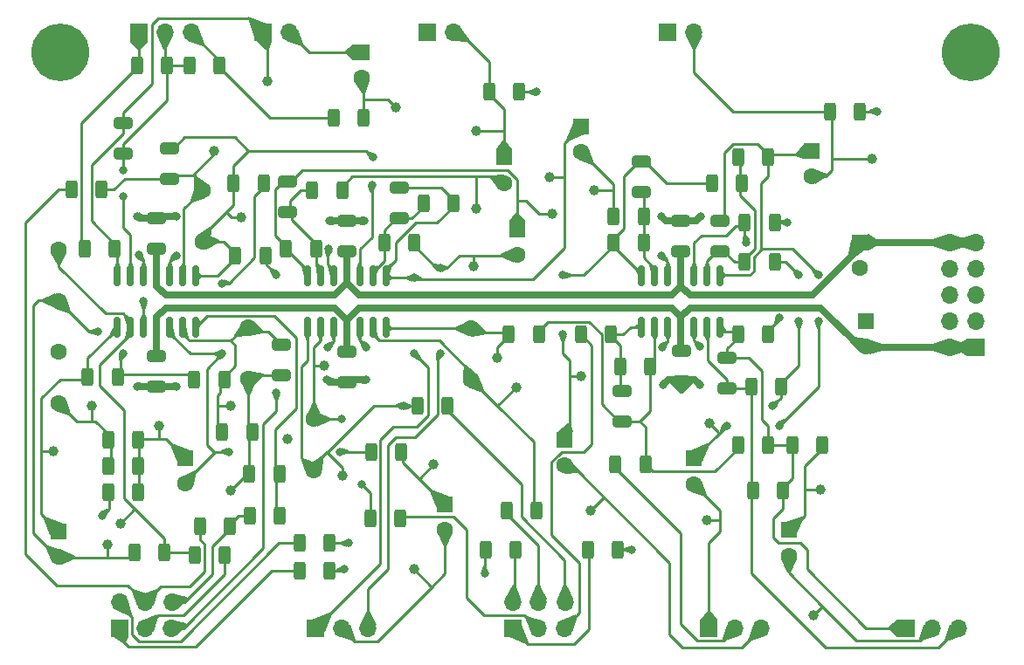
<source format=gtl>
G04 #@! TF.GenerationSoftware,KiCad,Pcbnew,8.0.4*
G04 #@! TF.CreationDate,2024-08-16T16:00:28+02:00*
G04 #@! TF.ProjectId,Purrtico_M,50757272-7469-4636-9f5f-4d2e6b696361,01*
G04 #@! TF.SameCoordinates,Original*
G04 #@! TF.FileFunction,Copper,L1,Top*
G04 #@! TF.FilePolarity,Positive*
%FSLAX46Y46*%
G04 Gerber Fmt 4.6, Leading zero omitted, Abs format (unit mm)*
G04 Created by KiCad (PCBNEW 8.0.4) date 2024-08-16 16:00:28*
%MOMM*%
%LPD*%
G01*
G04 APERTURE LIST*
G04 Aperture macros list*
%AMRoundRect*
0 Rectangle with rounded corners*
0 $1 Rounding radius*
0 $2 $3 $4 $5 $6 $7 $8 $9 X,Y pos of 4 corners*
0 Add a 4 corners polygon primitive as box body*
4,1,4,$2,$3,$4,$5,$6,$7,$8,$9,$2,$3,0*
0 Add four circle primitives for the rounded corners*
1,1,$1+$1,$2,$3*
1,1,$1+$1,$4,$5*
1,1,$1+$1,$6,$7*
1,1,$1+$1,$8,$9*
0 Add four rect primitives between the rounded corners*
20,1,$1+$1,$2,$3,$4,$5,0*
20,1,$1+$1,$4,$5,$6,$7,0*
20,1,$1+$1,$6,$7,$8,$9,0*
20,1,$1+$1,$8,$9,$2,$3,0*%
G04 Aperture macros list end*
G04 #@! TA.AperFunction,SMDPad,CuDef*
%ADD10RoundRect,0.250000X0.312500X0.625000X-0.312500X0.625000X-0.312500X-0.625000X0.312500X-0.625000X0*%
G04 #@! TD*
G04 #@! TA.AperFunction,SMDPad,CuDef*
%ADD11RoundRect,0.250000X-0.312500X-0.625000X0.312500X-0.625000X0.312500X0.625000X-0.312500X0.625000X0*%
G04 #@! TD*
G04 #@! TA.AperFunction,ComponentPad*
%ADD12C,1.000000*%
G04 #@! TD*
G04 #@! TA.AperFunction,ComponentPad*
%ADD13R,1.700000X1.700000*%
G04 #@! TD*
G04 #@! TA.AperFunction,ComponentPad*
%ADD14O,1.700000X1.700000*%
G04 #@! TD*
G04 #@! TA.AperFunction,ComponentPad*
%ADD15C,5.600000*%
G04 #@! TD*
G04 #@! TA.AperFunction,ComponentPad*
%ADD16R,1.600000X1.600000*%
G04 #@! TD*
G04 #@! TA.AperFunction,ComponentPad*
%ADD17C,1.600000*%
G04 #@! TD*
G04 #@! TA.AperFunction,SMDPad,CuDef*
%ADD18RoundRect,0.250000X0.650000X-0.325000X0.650000X0.325000X-0.650000X0.325000X-0.650000X-0.325000X0*%
G04 #@! TD*
G04 #@! TA.AperFunction,SMDPad,CuDef*
%ADD19RoundRect,0.250000X-0.650000X0.325000X-0.650000X-0.325000X0.650000X-0.325000X0.650000X0.325000X0*%
G04 #@! TD*
G04 #@! TA.AperFunction,SMDPad,CuDef*
%ADD20RoundRect,0.150000X-0.150000X0.825000X-0.150000X-0.825000X0.150000X-0.825000X0.150000X0.825000X0*%
G04 #@! TD*
G04 #@! TA.AperFunction,ViaPad*
%ADD21C,0.800000*%
G04 #@! TD*
G04 #@! TA.AperFunction,Conductor*
%ADD22C,0.250000*%
G04 #@! TD*
G04 #@! TA.AperFunction,Conductor*
%ADD23C,0.254000*%
G04 #@! TD*
G04 #@! TA.AperFunction,Conductor*
%ADD24C,0.635000*%
G04 #@! TD*
G04 APERTURE END LIST*
D10*
X94172500Y-30480000D03*
X91247500Y-30480000D03*
D11*
X137427500Y-45120000D03*
X140352500Y-45120000D03*
D12*
X111204000Y-70266000D03*
D10*
X118127500Y-47660000D03*
X115202500Y-47660000D03*
D12*
X124158000Y-36830000D03*
X126190000Y-58836000D03*
D13*
X172545000Y-57820000D03*
D14*
X170005000Y-57820000D03*
X172545000Y-55280000D03*
X170005000Y-55280000D03*
X172545000Y-52740000D03*
X170005000Y-52740000D03*
X172545000Y-50200000D03*
X170005000Y-50200000D03*
X172545000Y-47660000D03*
X170005000Y-47660000D03*
D10*
X93918500Y-77724000D03*
X90993500Y-77724000D03*
D15*
X172085000Y-29210000D03*
D10*
X105046500Y-70104000D03*
X102121500Y-70104000D03*
D11*
X149492500Y-56550000D03*
X152417500Y-56550000D03*
D12*
X131270000Y-41310000D03*
D11*
X84897500Y-42545000D03*
X87822500Y-42545000D03*
D16*
X156670000Y-38770000D03*
D17*
X156670000Y-41270000D03*
D18*
X94440000Y-41480000D03*
X94440000Y-38530000D03*
D12*
X128016000Y-61722000D03*
D19*
X148415000Y-58885000D03*
X148415000Y-61835000D03*
D20*
X147780000Y-50900000D03*
X146510000Y-50900000D03*
X145240000Y-50900000D03*
X143970000Y-50900000D03*
X142700000Y-50900000D03*
X141430000Y-50900000D03*
X140160000Y-50900000D03*
X140160000Y-55850000D03*
X141430000Y-55850000D03*
X142700000Y-55850000D03*
X143970000Y-55850000D03*
X145240000Y-55850000D03*
X146510000Y-55850000D03*
X147780000Y-55850000D03*
D18*
X140160000Y-42785000D03*
X140160000Y-39835000D03*
D13*
X91440000Y-27305000D03*
D14*
X93980000Y-27305000D03*
X96520000Y-27305000D03*
D16*
X132715000Y-66797621D03*
D17*
X132715000Y-69297621D03*
D16*
X83645000Y-75692000D03*
D17*
X83645000Y-78192000D03*
D10*
X108602500Y-48260000D03*
X105677500Y-48260000D03*
D17*
X97615000Y-42580000D03*
X97615000Y-47580000D03*
D16*
X95964000Y-68580000D03*
D17*
X95964000Y-71080000D03*
D10*
X140987500Y-59725000D03*
X138062500Y-59725000D03*
D11*
X88453500Y-71882000D03*
X91378500Y-71882000D03*
X149492500Y-67345000D03*
X152417500Y-67345000D03*
D12*
X101346000Y-45212000D03*
X135588000Y-42580000D03*
D18*
X105870000Y-44690000D03*
X105870000Y-41740000D03*
D12*
X100330000Y-63500000D03*
D19*
X111585000Y-58250000D03*
X111585000Y-61200000D03*
D12*
X162512000Y-39530000D03*
D10*
X153862500Y-71755000D03*
X150937500Y-71755000D03*
X153052500Y-45755000D03*
X150127500Y-45755000D03*
D12*
X146510000Y-74584000D03*
D13*
X89575640Y-85090000D03*
D14*
X92075640Y-85090000D03*
X94575640Y-85090000D03*
X89575640Y-82550000D03*
X92075640Y-82590000D03*
X94655640Y-82550000D03*
D12*
X93424000Y-65440000D03*
D10*
X137860500Y-77470000D03*
X134935500Y-77470000D03*
D11*
X118425500Y-63535000D03*
X121350500Y-63535000D03*
D16*
X161290000Y-47660000D03*
D17*
X161290000Y-50160000D03*
D11*
X102169500Y-74168000D03*
X105094500Y-74168000D03*
D19*
X143970000Y-45550000D03*
X143970000Y-48500000D03*
D12*
X83185000Y-67945000D03*
X116332000Y-34544000D03*
D13*
X103505000Y-27305000D03*
D14*
X106045000Y-27305000D03*
D17*
X108410000Y-64805000D03*
X108410000Y-69805000D03*
D13*
X127673100Y-85090000D03*
D14*
X130173100Y-85090000D03*
X132673100Y-85090000D03*
X127673100Y-82550000D03*
X130173100Y-82590000D03*
X132753100Y-82550000D03*
D20*
X96980000Y-50900000D03*
X95710000Y-50900000D03*
X94440000Y-50900000D03*
X93170000Y-50900000D03*
X91900000Y-50900000D03*
X90630000Y-50900000D03*
X89360000Y-50900000D03*
X89360000Y-55850000D03*
X90630000Y-55850000D03*
X91900000Y-55850000D03*
X93170000Y-55850000D03*
X94440000Y-55850000D03*
X95710000Y-55850000D03*
X96980000Y-55850000D03*
D18*
X138255000Y-65010000D03*
X138255000Y-62060000D03*
D17*
X123650000Y-60995000D03*
X123650000Y-55995000D03*
D10*
X99252500Y-30480000D03*
X96327500Y-30480000D03*
D12*
X86868000Y-63500000D03*
D10*
X116778500Y-74422000D03*
X113853500Y-74422000D03*
D18*
X147780000Y-48500000D03*
X147780000Y-45550000D03*
D16*
X121110000Y-73065000D03*
D17*
X121110000Y-75565000D03*
D11*
X97343500Y-75184000D03*
X100268500Y-75184000D03*
D16*
X126825000Y-39405000D03*
D17*
X126825000Y-41905000D03*
D19*
X144018000Y-58215000D03*
X144018000Y-61165000D03*
D11*
X119012500Y-43850000D03*
X121937500Y-43850000D03*
D13*
X142700000Y-27305000D03*
D14*
X145240000Y-27305000D03*
D12*
X131524000Y-44866000D03*
D11*
X154747500Y-67310000D03*
X157672500Y-67310000D03*
D17*
X83645000Y-63246000D03*
X83645000Y-58246000D03*
D11*
X150762500Y-61630000D03*
X153687500Y-61630000D03*
D16*
X134300000Y-36400000D03*
D17*
X134300000Y-38900000D03*
D12*
X118110000Y-79375000D03*
X157480000Y-71628000D03*
D11*
X100790000Y-48930000D03*
X103715000Y-48930000D03*
D19*
X105235000Y-57580000D03*
X105235000Y-60530000D03*
D11*
X99502500Y-66040000D03*
X102427500Y-66040000D03*
D16*
X113030000Y-29210000D03*
D17*
X113030000Y-31710000D03*
D19*
X89916000Y-36117000D03*
X89916000Y-39067000D03*
D11*
X137602500Y-69215000D03*
X140527500Y-69215000D03*
D10*
X140352500Y-47660000D03*
X137427500Y-47660000D03*
X130192500Y-56550000D03*
X127267500Y-56550000D03*
D12*
X88392000Y-76962000D03*
X134318000Y-60614000D03*
D10*
X111142500Y-42580000D03*
X108217500Y-42580000D03*
D11*
X113932500Y-67980000D03*
X116857500Y-67980000D03*
D12*
X123904000Y-49946000D03*
D10*
X109920500Y-76835000D03*
X106995500Y-76835000D03*
D12*
X89662000Y-74930000D03*
D13*
X146685000Y-85090000D03*
D14*
X149225000Y-85090000D03*
X151765000Y-85090000D03*
D12*
X105870000Y-66710000D03*
X109426000Y-59598000D03*
D13*
X165750240Y-85090000D03*
D14*
X168290240Y-85090000D03*
X170830240Y-85090000D03*
D12*
X120015000Y-69215000D03*
X146764000Y-65186000D03*
D17*
X83645000Y-48335000D03*
X83645000Y-53335000D03*
X102060000Y-55915000D03*
X102060000Y-60915000D03*
D10*
X113222500Y-35560000D03*
X110297500Y-35560000D03*
D11*
X86167500Y-48260000D03*
X89092500Y-48260000D03*
D15*
X83820000Y-29210000D03*
D10*
X128287500Y-33020000D03*
X125362500Y-33020000D03*
D16*
X128095000Y-46390000D03*
D17*
X128095000Y-48890000D03*
D20*
X115395000Y-50900000D03*
X114125000Y-50900000D03*
X112855000Y-50900000D03*
X111585000Y-50900000D03*
X110315000Y-50900000D03*
X109045000Y-50900000D03*
X107775000Y-50900000D03*
X107775000Y-55850000D03*
X109045000Y-55850000D03*
X110315000Y-55850000D03*
X111585000Y-55850000D03*
X112855000Y-55850000D03*
X114125000Y-55850000D03*
X115395000Y-55850000D03*
D11*
X96835500Y-77978000D03*
X99760500Y-77978000D03*
D12*
X156845000Y-83820000D03*
D10*
X109920500Y-79502000D03*
X106995500Y-79502000D03*
D13*
X108585000Y-85090000D03*
D14*
X111125000Y-85090000D03*
X113665000Y-85090000D03*
D11*
X146952500Y-41945000D03*
X149877500Y-41945000D03*
D10*
X129986500Y-73660000D03*
X127061500Y-73660000D03*
X153052500Y-49565000D03*
X150127500Y-49565000D03*
D16*
X145240000Y-68615000D03*
D17*
X145240000Y-71115000D03*
D16*
X154432000Y-75565000D03*
D17*
X154432000Y-78065000D03*
D16*
X161925000Y-55280000D03*
D17*
X161925000Y-57780000D03*
D12*
X103886000Y-32004000D03*
D19*
X111585000Y-45550000D03*
X111585000Y-48500000D03*
X93170000Y-58680000D03*
X93170000Y-61630000D03*
D10*
X99712500Y-60995000D03*
X96787500Y-60995000D03*
D11*
X134252500Y-56550000D03*
X137177500Y-56550000D03*
D13*
X119380000Y-27305000D03*
D14*
X121920000Y-27305000D03*
D10*
X161307500Y-34960000D03*
X158382500Y-34960000D03*
D11*
X149492500Y-39405000D03*
X152417500Y-39405000D03*
D18*
X116665000Y-45325000D03*
X116665000Y-42375000D03*
D10*
X89408000Y-60706000D03*
X86483000Y-60706000D03*
D12*
X98758000Y-38770000D03*
X135255000Y-73660000D03*
D10*
X103522500Y-41910000D03*
X100597500Y-41910000D03*
D11*
X125029500Y-77470000D03*
X127954500Y-77470000D03*
D10*
X91378500Y-66802000D03*
X88453500Y-66802000D03*
D12*
X124158000Y-44358000D03*
X100330000Y-71755000D03*
D19*
X93170000Y-45345000D03*
X93170000Y-48295000D03*
D10*
X91378500Y-69342000D03*
X88453500Y-69342000D03*
D21*
X132540000Y-56550000D03*
X132540000Y-50835000D03*
X153495000Y-65440000D03*
X157305000Y-50835000D03*
X148415000Y-65440000D03*
X157305000Y-55280000D03*
X155400000Y-50835000D03*
X152860000Y-63535000D03*
X117094000Y-63535000D03*
X155400000Y-55280000D03*
X111125000Y-64770000D03*
X113030000Y-71120000D03*
X142065000Y-48930000D03*
X113490000Y-57820000D03*
X91900000Y-53375000D03*
X113285000Y-45550000D03*
X109885000Y-45550000D03*
X142157000Y-57820000D03*
X95075000Y-45120000D03*
X142065000Y-45120000D03*
X91265000Y-61630000D03*
X87884000Y-74168000D03*
X145832433Y-57779946D03*
X95075000Y-61630000D03*
X124968000Y-79756000D03*
X109855000Y-48260000D03*
X95075000Y-48930000D03*
X139192000Y-77470000D03*
X109772000Y-57809128D03*
X113490000Y-60995000D03*
X142240000Y-61468000D03*
X111379000Y-79375000D03*
X111760000Y-76835000D03*
X91440000Y-48895000D03*
X163020000Y-34960000D03*
X91265000Y-45120000D03*
X145796000Y-61468000D03*
X145875000Y-45120000D03*
X109680000Y-60995000D03*
X130000000Y-33055000D03*
X154305000Y-45720000D03*
X89916000Y-58420000D03*
X87439500Y-56324500D03*
X153495000Y-54927500D03*
X150320000Y-47660000D03*
X89916000Y-43180000D03*
X89916000Y-40640000D03*
X120650000Y-58420000D03*
X120650000Y-50165000D03*
X118110000Y-51089000D03*
X118110000Y-58420000D03*
X110950000Y-67980000D03*
X99520000Y-58455000D03*
X99520000Y-51627000D03*
X100155000Y-67980000D03*
X104775000Y-50800000D03*
X104775000Y-62230000D03*
X114125000Y-39405000D03*
X114012000Y-42058000D03*
D22*
X149860000Y-86995000D02*
X144145000Y-86995000D01*
X135255000Y-73660000D02*
X136525000Y-72390000D01*
X151765000Y-85090000D02*
X149860000Y-86995000D01*
X133432621Y-69297621D02*
X132715000Y-69297621D01*
X142875000Y-78740000D02*
X133432621Y-69297621D01*
X142875000Y-85725000D02*
X142875000Y-78740000D01*
X144145000Y-86995000D02*
X142875000Y-85725000D01*
X134318000Y-60614000D02*
X133175000Y-60614000D01*
D23*
X138430000Y-46342000D02*
X138430000Y-41262000D01*
X134572000Y-50835000D02*
X132540000Y-50835000D01*
X140160000Y-50708000D02*
X137619500Y-48167500D01*
X140463000Y-39835000D02*
X142573000Y-41945000D01*
X137427500Y-47979500D02*
X134572000Y-50835000D01*
X142573000Y-41945000D02*
X146317500Y-41945000D01*
X132540000Y-58455000D02*
X132540000Y-56550000D01*
X137427500Y-47344500D02*
X138430000Y-46342000D01*
X133175000Y-66797621D02*
X133175000Y-60614000D01*
X133175000Y-60614000D02*
X133175000Y-59090000D01*
X138430000Y-41262000D02*
X139857000Y-39835000D01*
X133175000Y-59090000D02*
X132540000Y-58455000D01*
X149037072Y-38100000D02*
X148161000Y-38976072D01*
X151765000Y-48374000D02*
X151844000Y-48295000D01*
X151017000Y-49122000D02*
X151765000Y-48374000D01*
X151765000Y-41910000D02*
X152400000Y-41275000D01*
X151428000Y-38100000D02*
X149037072Y-38100000D01*
X157305000Y-61630000D02*
X157305000Y-55280000D01*
X151765000Y-48374000D02*
X151765000Y-41910000D01*
D22*
X147589500Y-66011500D02*
X147589500Y-66265500D01*
D23*
X153495000Y-65440000D02*
X157305000Y-61630000D01*
X151017000Y-50435928D02*
X151017000Y-49122000D01*
X151844000Y-48295000D02*
X154765000Y-48295000D01*
X148161000Y-38976072D02*
X148161000Y-45169000D01*
X152400000Y-41275000D02*
X152400000Y-39896500D01*
X154765000Y-48295000D02*
X157305000Y-50835000D01*
X145240000Y-68615000D02*
X147589500Y-66265500D01*
X150617928Y-50835000D02*
X151017000Y-50435928D01*
X147845000Y-50835000D02*
X150617928Y-50835000D01*
X147589500Y-66265500D02*
X148415000Y-65440000D01*
D22*
X146764000Y-65186000D02*
X147589500Y-66011500D01*
D23*
X152417500Y-39089500D02*
X151428000Y-38100000D01*
X152671500Y-39151000D02*
X156289000Y-39151000D01*
D22*
X146510000Y-74584000D02*
X147780000Y-74584000D01*
X146685000Y-85090000D02*
X146685000Y-76835000D01*
X147780000Y-73655000D02*
X145240000Y-71115000D01*
X147780000Y-75740000D02*
X147780000Y-74584000D01*
X147780000Y-74584000D02*
X147780000Y-73655000D01*
X146685000Y-76835000D02*
X147780000Y-75740000D01*
D23*
X149685000Y-43118750D02*
X151130000Y-44563750D01*
X149685000Y-40232500D02*
X149685000Y-43118750D01*
X146510000Y-50900000D02*
X146510000Y-49438000D01*
X151130000Y-44563750D02*
X151130000Y-48247000D01*
X149877500Y-40040000D02*
X149685000Y-40232500D01*
X149177000Y-49565000D02*
X148112000Y-48500000D01*
X146510000Y-49438000D02*
X147448000Y-48500000D01*
X151130000Y-48247000D02*
X150127500Y-49249500D01*
X150127500Y-49565000D02*
X149177000Y-49565000D01*
X140352500Y-42977500D02*
X140352500Y-45120000D01*
X141430000Y-50200000D02*
X140352500Y-49122500D01*
X140352500Y-47660000D02*
X140352500Y-45120000D01*
X140352500Y-49122500D02*
X140352500Y-47660000D01*
X134300000Y-38900000D02*
X137427500Y-42027500D01*
X137427500Y-42580000D02*
X137427500Y-45120000D01*
X137427500Y-42027500D02*
X137427500Y-42580000D01*
D22*
X135588000Y-42580000D02*
X137427500Y-42580000D01*
D23*
X115202500Y-49438764D02*
X115202500Y-47660000D01*
X117857000Y-45325000D02*
X119012500Y-44169500D01*
X114125000Y-50516264D02*
X115202500Y-49438764D01*
X115202500Y-47660000D02*
X115202500Y-46455500D01*
X115202500Y-46455500D02*
X116333000Y-45325000D01*
X116968000Y-45325000D02*
X117857000Y-45325000D01*
X139082000Y-55850000D02*
X140160000Y-55850000D01*
X138062500Y-57627500D02*
X137177500Y-56742500D01*
X138062500Y-61867500D02*
X138062500Y-59725000D01*
X138382000Y-56550000D02*
X139082000Y-55850000D01*
X137177500Y-56550000D02*
X138382000Y-56550000D01*
X138062500Y-59725000D02*
X138062500Y-57627500D01*
X106107500Y-43612500D02*
X106107500Y-44690000D01*
X106267500Y-45517500D02*
X108602500Y-47852500D01*
D22*
X108602500Y-49674500D02*
X108602500Y-48260000D01*
D23*
X108217500Y-42580000D02*
X107140000Y-42580000D01*
D22*
X109045000Y-50117000D02*
X108602500Y-49674500D01*
D23*
X107140000Y-42580000D02*
X106107500Y-43612500D01*
X106267500Y-44690000D02*
X106267500Y-45517500D01*
X107775000Y-59103000D02*
X107775000Y-56581000D01*
X153687500Y-61310500D02*
X155400000Y-59598000D01*
D22*
X111204000Y-70266000D02*
X111204000Y-69504000D01*
D23*
X109750000Y-67980000D02*
X114230000Y-63500000D01*
D22*
X111204000Y-69504000D02*
X109680000Y-67980000D01*
D23*
X155400000Y-59598000D02*
X155400000Y-55280000D01*
X153687500Y-62707500D02*
X152860000Y-63535000D01*
X154130000Y-49565000D02*
X155400000Y-50835000D01*
X116840000Y-63500000D02*
X116875000Y-63535000D01*
X108410000Y-69805000D02*
X107188000Y-68583000D01*
X118425500Y-63535000D02*
X117094000Y-63535000D01*
X153687500Y-61630000D02*
X153687500Y-62707500D01*
X116875000Y-63535000D02*
X118425500Y-63535000D01*
X153052500Y-49565000D02*
X154130000Y-49565000D01*
X109680000Y-67980000D02*
X109750000Y-67980000D01*
X107188000Y-59690000D02*
X107775000Y-59103000D01*
X107188000Y-68583000D02*
X107188000Y-59690000D01*
X114230000Y-63500000D02*
X116840000Y-63500000D01*
X108410000Y-69250000D02*
X109680000Y-67980000D01*
X108410000Y-59598000D02*
X108410000Y-57820000D01*
X109045000Y-57185000D02*
X109045000Y-55850000D01*
X111125000Y-64770000D02*
X110792500Y-64805000D01*
X113853500Y-71943500D02*
X113030000Y-71120000D01*
X113853500Y-74422000D02*
X113853500Y-71943500D01*
X110757500Y-64805000D02*
X110722500Y-64805000D01*
X110792500Y-64805000D02*
X108410000Y-64805000D01*
X108410000Y-57820000D02*
X109045000Y-57185000D01*
X108410000Y-64805000D02*
X108410000Y-59598000D01*
D22*
X109426000Y-59598000D02*
X108410000Y-59598000D01*
D23*
X110722500Y-64805000D02*
X111125000Y-64770000D01*
D22*
X126190000Y-57820000D02*
X127267500Y-56742500D01*
D23*
X124078000Y-56423000D02*
X127140500Y-56423000D01*
D22*
X126190000Y-58836000D02*
X126190000Y-57820000D01*
D23*
X123650000Y-55995000D02*
X115540000Y-55995000D01*
X155956000Y-74168000D02*
X155956000Y-69342000D01*
D22*
X155956000Y-71628000D02*
X157480000Y-71628000D01*
D23*
X155956000Y-69342000D02*
X157672500Y-67625500D01*
X155956000Y-74168000D02*
X154432000Y-75692000D01*
D22*
X167100000Y-86265000D02*
X160985000Y-86265000D01*
D23*
X154432000Y-79712000D02*
X154432000Y-78192000D01*
X157686000Y-82966000D02*
X154432000Y-79712000D01*
D22*
X156845000Y-83820000D02*
X157686000Y-82979000D01*
X160985000Y-86265000D02*
X157686000Y-82966000D01*
X168275000Y-85090000D02*
X167100000Y-86265000D01*
X157686000Y-82979000D02*
X157686000Y-82966000D01*
X129678000Y-67023000D02*
X126196500Y-63541500D01*
D23*
X114727000Y-57152000D02*
X120547000Y-57152000D01*
D22*
X129678000Y-73351500D02*
X129678000Y-67023000D01*
X126196500Y-63541500D02*
X123650000Y-60995000D01*
D23*
X123650000Y-60255000D02*
X123650000Y-60995000D01*
D22*
X128016000Y-61722000D02*
X126196500Y-63541500D01*
D23*
X120547000Y-57152000D02*
X123650000Y-60255000D01*
X114125000Y-56550000D02*
X114727000Y-57152000D01*
X152417500Y-65472750D02*
X151782500Y-64837750D01*
X150534621Y-58885000D02*
X148415000Y-58885000D01*
D22*
X152908000Y-76291000D02*
X153434000Y-76817000D01*
D23*
X152417500Y-67345000D02*
X154712500Y-67345000D01*
D22*
X153862500Y-71755000D02*
X153862500Y-73467500D01*
X161925000Y-85090000D02*
X165735000Y-85090000D01*
X156210000Y-79375000D02*
X161925000Y-85090000D01*
D23*
X149238500Y-56296000D02*
X148226000Y-56296000D01*
D22*
X153434000Y-76817000D02*
X155557000Y-76817000D01*
D23*
X152417500Y-67345000D02*
X152417500Y-65472750D01*
X154747500Y-67310000D02*
X154747500Y-70550500D01*
X151782500Y-60132879D02*
X150534621Y-58885000D01*
D22*
X156210000Y-77470000D02*
X156210000Y-79375000D01*
X155557000Y-76817000D02*
X156210000Y-77470000D01*
D23*
X151782500Y-64837750D02*
X151782500Y-60132879D01*
X154747500Y-70550500D02*
X153862500Y-71435500D01*
X148415000Y-57947000D02*
X149492500Y-56869500D01*
D22*
X153862500Y-73467500D02*
X152908000Y-74422000D01*
X152908000Y-74422000D02*
X152908000Y-76291000D01*
D23*
X152452500Y-67310000D02*
X154747500Y-67310000D01*
X148415000Y-58885000D02*
X148415000Y-57947000D01*
X148226000Y-56296000D02*
X147780000Y-55850000D01*
D24*
X143104999Y-52740000D02*
X112771856Y-52740000D01*
X111585000Y-50900000D02*
X111585000Y-48500000D01*
X93170000Y-51874999D02*
X93170000Y-50900000D01*
X172545000Y-47660000D02*
X168735000Y-47660000D01*
X170005000Y-47660000D02*
X168735000Y-47660000D01*
X112771856Y-52740000D02*
X111585000Y-51553144D01*
X161750000Y-47723500D02*
X156733500Y-52740000D01*
X111585000Y-51553144D02*
X110398144Y-52740000D01*
X143970000Y-51874999D02*
X143104999Y-52740000D01*
X170005000Y-47660000D02*
X172545000Y-47660000D01*
X94035001Y-52740000D02*
X93170000Y-51874999D01*
X144835001Y-52740000D02*
X143970000Y-51874999D01*
X110398144Y-52740000D02*
X94035001Y-52740000D01*
X156733500Y-52740000D02*
X144835001Y-52740000D01*
X168735000Y-47660000D02*
X161290000Y-47660000D01*
X93170000Y-50900000D02*
X93170000Y-48295000D01*
X143970000Y-50900000D02*
X143970000Y-51874999D01*
X143970000Y-50900000D02*
X143970000Y-48500000D01*
D23*
X109728000Y-49784000D02*
X110315000Y-50371000D01*
X145240000Y-55850000D02*
X145240000Y-57187513D01*
X91440000Y-48895000D02*
X91900000Y-49355000D01*
X113490000Y-57820000D02*
X112855000Y-57185000D01*
D24*
X142065000Y-45120000D02*
X142495000Y-45550000D01*
X95075000Y-45120000D02*
X93395000Y-45120000D01*
X109885000Y-61200000D02*
X109680000Y-60995000D01*
X93170000Y-61630000D02*
X95075000Y-61630000D01*
X144175000Y-60995000D02*
X145034000Y-60995000D01*
D23*
X91900000Y-53375000D02*
X91900000Y-55850000D01*
X142065000Y-48930000D02*
X142700000Y-49565000D01*
X111252000Y-79502000D02*
X109920500Y-79502000D01*
D24*
X111585000Y-45550000D02*
X109885000Y-45550000D01*
X91490000Y-45345000D02*
X91265000Y-45120000D01*
D23*
X154305000Y-45720000D02*
X153087500Y-45720000D01*
X111379000Y-79375000D02*
X111252000Y-79502000D01*
D24*
X143037000Y-60995000D02*
X144018000Y-61976000D01*
D23*
X139192000Y-77470000D02*
X137860500Y-77470000D01*
X109772000Y-57809128D02*
X110315000Y-57266128D01*
X94440000Y-50900000D02*
X94440000Y-49565000D01*
D24*
X145323000Y-60995000D02*
X145796000Y-61468000D01*
D23*
X111760000Y-76835000D02*
X109920500Y-76835000D01*
D24*
X93170000Y-45345000D02*
X91490000Y-45345000D01*
X145875000Y-45120000D02*
X145445000Y-45550000D01*
D23*
X142700000Y-49565000D02*
X142700000Y-50900000D01*
D24*
X145034000Y-60995000D02*
X145323000Y-60995000D01*
X111585000Y-61200000D02*
X109885000Y-61200000D01*
X142713000Y-60995000D02*
X143002000Y-60995000D01*
X144018000Y-61976000D02*
X144053000Y-61976000D01*
D23*
X142157000Y-57820000D02*
X142700000Y-57277000D01*
D22*
X130000000Y-33055000D02*
X128632500Y-33055000D01*
D24*
X144053000Y-61976000D02*
X145034000Y-60995000D01*
X142240000Y-61468000D02*
X142713000Y-60995000D01*
X143002000Y-60995000D02*
X143037000Y-60995000D01*
D23*
X91900000Y-49355000D02*
X91900000Y-50900000D01*
X145240000Y-57187513D02*
X145832433Y-57779946D01*
X87884000Y-74168000D02*
X88532500Y-73519500D01*
X94440000Y-49565000D02*
X95075000Y-48930000D01*
X88532500Y-73519500D02*
X88532500Y-71790000D01*
D24*
X143002000Y-60995000D02*
X143765000Y-60995000D01*
D23*
X112855000Y-57185000D02*
X112855000Y-55850000D01*
D24*
X113490000Y-60995000D02*
X111790000Y-60995000D01*
X142495000Y-45550000D02*
X143970000Y-45550000D01*
X145445000Y-45550000D02*
X143970000Y-45550000D01*
D23*
X110315000Y-57266128D02*
X110315000Y-55850000D01*
X163020000Y-34960000D02*
X161307500Y-34960000D01*
X124968000Y-79756000D02*
X124968000Y-77531500D01*
D24*
X93170000Y-61630000D02*
X91265000Y-61630000D01*
D23*
X109855000Y-48260000D02*
X109728000Y-48387000D01*
X142700000Y-57277000D02*
X142700000Y-55850000D01*
D24*
X113285000Y-45550000D02*
X111585000Y-45550000D01*
D23*
X109728000Y-48387000D02*
X109728000Y-49784000D01*
D24*
X93170000Y-54875001D02*
X94035001Y-54010000D01*
X111585000Y-55850000D02*
X111585000Y-55196856D01*
X111585000Y-55850000D02*
X111585000Y-58250000D01*
X161925000Y-57780000D02*
X161285000Y-57780000D01*
X143970000Y-54875001D02*
X143104999Y-54010000D01*
X93170000Y-55850000D02*
X93170000Y-54875001D01*
X170005000Y-57820000D02*
X161965000Y-57820000D01*
X143970000Y-55850000D02*
X143970000Y-58250000D01*
X93170000Y-58680000D02*
X93170000Y-55850000D01*
X143970000Y-55850000D02*
X143970000Y-54875001D01*
X144835001Y-54010000D02*
X143970000Y-54875001D01*
X161285000Y-57780000D02*
X157515000Y-54010000D01*
X110398144Y-54010000D02*
X111585000Y-55196856D01*
X94035001Y-54010000D02*
X110398144Y-54010000D01*
X112771856Y-54010000D02*
X111585000Y-55196856D01*
X172545000Y-57820000D02*
X170005000Y-57820000D01*
X143104999Y-54010000D02*
X112771856Y-54010000D01*
X157515000Y-54010000D02*
X144835001Y-54010000D01*
D22*
X148050000Y-86265000D02*
X149225000Y-85090000D01*
X143952500Y-75946000D02*
X143952500Y-84707500D01*
X145510000Y-86265000D02*
X148050000Y-86265000D01*
D23*
X143952500Y-75946000D02*
X143952500Y-75880500D01*
X143952500Y-75880500D02*
X137602500Y-69530500D01*
D22*
X143952500Y-84707500D02*
X145510000Y-86265000D01*
X131445000Y-76073000D02*
X131445000Y-68948000D01*
X134112000Y-78740000D02*
X131445000Y-76073000D01*
D23*
X135334000Y-57631500D02*
X135334000Y-67218000D01*
D22*
X134112000Y-83613000D02*
X134112000Y-78740000D01*
D23*
X132413000Y-67980000D02*
X132048000Y-68345000D01*
X134572000Y-67980000D02*
X132413000Y-67980000D01*
X134445000Y-56742500D02*
X135334000Y-57631500D01*
X135334000Y-67218000D02*
X134572000Y-67980000D01*
D22*
X132635000Y-85090000D02*
X134112000Y-83613000D01*
X131445000Y-68948000D02*
X132048000Y-68345000D01*
X116905500Y-74295000D02*
X121920000Y-74295000D01*
X123190000Y-75565000D02*
X123190000Y-82110851D01*
X121920000Y-74295000D02*
X123190000Y-75565000D01*
X124899149Y-83820000D02*
X128778000Y-83820000D01*
X123190000Y-82110851D02*
X124899149Y-83820000D01*
X128778000Y-83820000D02*
X130048000Y-85090000D01*
X132715000Y-78486000D02*
X132715000Y-82550000D01*
D23*
X128524000Y-71098000D02*
X121495000Y-64069000D01*
X128524000Y-71120000D02*
X128524000Y-71098000D01*
D22*
X128524000Y-71120000D02*
X128524000Y-74295000D01*
X128524000Y-74295000D02*
X132715000Y-78486000D01*
X135062500Y-84901500D02*
X135062500Y-85155500D01*
X129159000Y-86614000D02*
X127635000Y-85090000D01*
X133604000Y-86614000D02*
X129159000Y-86614000D01*
X135062500Y-85155500D02*
X133604000Y-86614000D01*
D23*
X135062500Y-84901500D02*
X135062500Y-77597000D01*
D22*
X130135000Y-82590000D02*
X130135000Y-77049000D01*
X130135000Y-77049000D02*
X127061500Y-73975500D01*
D23*
X127827500Y-77597000D02*
X127827500Y-82357500D01*
X148415000Y-61835000D02*
X150557500Y-61835000D01*
X148415000Y-60995000D02*
X148415000Y-61835000D01*
D22*
X150762500Y-79747500D02*
X150762500Y-79217500D01*
D23*
X150762500Y-71930000D02*
X150762500Y-79217500D01*
D22*
X158010000Y-86995000D02*
X150762500Y-79747500D01*
D23*
X146559433Y-55899433D02*
X146559433Y-59139433D01*
D22*
X170815000Y-85090000D02*
X168910000Y-86995000D01*
D23*
X150762500Y-61630000D02*
X150762500Y-71580000D01*
X146559433Y-59139433D02*
X148415000Y-60995000D01*
D22*
X168910000Y-86995000D02*
X158010000Y-86995000D01*
D23*
X136288000Y-56550000D02*
X136288000Y-63346000D01*
X136288000Y-63346000D02*
X137952000Y-65010000D01*
X140527500Y-69215000D02*
X141197500Y-69885000D01*
X135086000Y-55348000D02*
X136288000Y-56550000D01*
X140987500Y-63977500D02*
X140987500Y-59725000D01*
X147272000Y-69885000D02*
X149492500Y-67664500D01*
X140987500Y-59725000D02*
X141430000Y-59282500D01*
X130192500Y-56230500D02*
X131075000Y-55348000D01*
X139955000Y-65010000D02*
X140987500Y-63977500D01*
X140527500Y-69215000D02*
X140527500Y-65582500D01*
X140527500Y-65582500D02*
X139955000Y-65010000D01*
X138255000Y-65010000D02*
X139955000Y-65010000D01*
X131075000Y-55348000D02*
X135086000Y-55348000D01*
X141197500Y-69885000D02*
X147272000Y-69885000D01*
X141430000Y-59282500D02*
X141430000Y-55850000D01*
X122555000Y-27305000D02*
X125362500Y-30112500D01*
D22*
X126825000Y-36830000D02*
X124158000Y-36830000D01*
X126825000Y-39405000D02*
X126825000Y-38262000D01*
D23*
X126825000Y-34750000D02*
X125362500Y-33287500D01*
X126825000Y-36830000D02*
X126825000Y-34750000D01*
X125362500Y-30112500D02*
X125362500Y-33020000D01*
X126825000Y-38262000D02*
X126825000Y-36830000D01*
X158575000Y-40675000D02*
X158575000Y-39532000D01*
X145240000Y-31150000D02*
X145240000Y-27305000D01*
X157980000Y-41270000D02*
X158575000Y-40675000D01*
X149050000Y-34960000D02*
X145240000Y-31150000D01*
X156670000Y-41270000D02*
X157980000Y-41270000D01*
D22*
X158577000Y-39530000D02*
X158575000Y-39532000D01*
X162512000Y-39530000D02*
X158577000Y-39530000D01*
D23*
X158575000Y-39532000D02*
X158575000Y-34960000D01*
X158575000Y-34960000D02*
X149050000Y-34960000D01*
D22*
X83526000Y-78192000D02*
X81232000Y-75898000D01*
X87836000Y-78232000D02*
X83685000Y-78232000D01*
X90783500Y-78232000D02*
X87836000Y-78232000D01*
X81232000Y-53803000D02*
X81740000Y-53295000D01*
X81232000Y-75898000D02*
X81232000Y-53803000D01*
X89916000Y-58420000D02*
X89662000Y-58674000D01*
X89662000Y-58674000D02*
X89662000Y-60452000D01*
X88392000Y-78232000D02*
X87836000Y-78232000D01*
X86634500Y-56324500D02*
X83645000Y-53335000D01*
X88392000Y-76962000D02*
X88392000Y-78232000D01*
X81740000Y-53295000D02*
X83605000Y-53295000D01*
X87439500Y-56324500D02*
X86634500Y-56324500D01*
X89662000Y-60452000D02*
X96531250Y-60452000D01*
D23*
X96745500Y-41119500D02*
X96662500Y-41119500D01*
X97615000Y-42580000D02*
X95802000Y-44393000D01*
X93580000Y-41480000D02*
X90061250Y-41480000D01*
X95802000Y-44393000D02*
X95802000Y-50808000D01*
X88996250Y-42545000D02*
X87822500Y-42545000D01*
X96662500Y-41119500D02*
X98758000Y-39024000D01*
X96662500Y-41119500D02*
X94800500Y-41119500D01*
X90061250Y-41480000D02*
X88996250Y-42545000D01*
X97615000Y-41989000D02*
X96745500Y-41119500D01*
X94010000Y-41910000D02*
X93580000Y-41480000D01*
X148363000Y-46963000D02*
X145937000Y-46963000D01*
X150127500Y-45755000D02*
X150127500Y-47467500D01*
X145240000Y-47660000D02*
X145240000Y-50900000D01*
X150127500Y-46074500D02*
X149251500Y-46074500D01*
X152417500Y-56230500D02*
X153495000Y-55153000D01*
X150127500Y-47467500D02*
X150320000Y-47660000D01*
X149251500Y-46074500D02*
X148363000Y-46963000D01*
X145937000Y-46963000D02*
X145240000Y-47660000D01*
X153495000Y-55153000D02*
X153495000Y-54927500D01*
D22*
X100330000Y-71755000D02*
X102121500Y-69963500D01*
D23*
X102121500Y-70104000D02*
X102121500Y-66346000D01*
D22*
X102060000Y-65672500D02*
X102060000Y-60915000D01*
X105235000Y-60530000D02*
X102445000Y-60530000D01*
D23*
X89916000Y-39067000D02*
X89916000Y-38100000D01*
D22*
X93980000Y-27305000D02*
X93980000Y-30287500D01*
D23*
X94172500Y-33843500D02*
X94172500Y-30480000D01*
D22*
X89916000Y-43180000D02*
X89916000Y-46228000D01*
D23*
X89916000Y-40640000D02*
X89916000Y-39067000D01*
D22*
X90630000Y-46942000D02*
X90630000Y-50900000D01*
X89916000Y-46228000D02*
X90630000Y-46942000D01*
X96327500Y-30480000D02*
X94172500Y-30480000D01*
D23*
X89916000Y-38100000D02*
X94172500Y-33843500D01*
D22*
X89662000Y-74930000D02*
X91059000Y-73533000D01*
X89995000Y-63960000D02*
X89995000Y-72469000D01*
X87630000Y-61595000D02*
X89995000Y-63960000D01*
X83685000Y-48335000D02*
X83685000Y-50030000D01*
X83685000Y-50030000D02*
X88205000Y-54550000D01*
X90630000Y-56550000D02*
X87630000Y-59550000D01*
X96441500Y-77838000D02*
X96327500Y-77724000D01*
X91059000Y-73533000D02*
X92630250Y-75104250D01*
X89900000Y-54550000D02*
X90630000Y-55280000D01*
X88205000Y-54550000D02*
X89900000Y-54550000D01*
X87630000Y-59550000D02*
X87630000Y-61595000D01*
X89995000Y-72469000D02*
X92630250Y-75104250D01*
X96327500Y-77724000D02*
X93918500Y-77724000D01*
X92630250Y-75104250D02*
X93918500Y-76392500D01*
X93918500Y-76392500D02*
X93918500Y-77724000D01*
X94094000Y-66710000D02*
X93424000Y-66710000D01*
X93424000Y-65440000D02*
X93424000Y-66710000D01*
X91457500Y-71790000D02*
X91457500Y-69250000D01*
X93424000Y-66710000D02*
X91457500Y-66710000D01*
D23*
X91457500Y-66710000D02*
X91457500Y-69250000D01*
D22*
X95964000Y-68580000D02*
X94094000Y-66710000D01*
D23*
X81994000Y-62786000D02*
X81994000Y-69758000D01*
D22*
X83185000Y-67945000D02*
X81994000Y-67945000D01*
D23*
X88795000Y-56550000D02*
X86483000Y-58862000D01*
X89360000Y-56550000D02*
X88795000Y-56550000D01*
X86483000Y-60960000D02*
X83820000Y-60960000D01*
X83820000Y-60960000D02*
X81994000Y-62786000D01*
X81994000Y-74041000D02*
X83645000Y-75692000D01*
X81994000Y-69758000D02*
X81994000Y-74041000D01*
X86483000Y-58862000D02*
X86483000Y-60960000D01*
D22*
X81994000Y-67945000D02*
X81994000Y-69758000D01*
D23*
X119697500Y-81216500D02*
X119888000Y-81026000D01*
X119888000Y-81026000D02*
X119761000Y-81026000D01*
X121110000Y-79804000D02*
X121110000Y-75565000D01*
X119761000Y-81026000D02*
X118110000Y-79375000D01*
X112395000Y-86360000D02*
X114554000Y-86360000D01*
X119697500Y-81216500D02*
X121110000Y-79804000D01*
X111125000Y-85090000D02*
X112395000Y-86360000D01*
X114554000Y-86360000D02*
X119697500Y-81216500D01*
X120396000Y-58674000D02*
X120396000Y-64389000D01*
X116332000Y-66548000D02*
X115570000Y-67310000D01*
X118237000Y-66548000D02*
X116332000Y-66548000D01*
X113665000Y-81280000D02*
X113665000Y-85090000D01*
X115570000Y-79375000D02*
X113665000Y-81280000D01*
X122520000Y-48930000D02*
X121285000Y-50165000D01*
X120650000Y-58420000D02*
X120396000Y-58674000D01*
X120313000Y-50165000D02*
X118127500Y-47979500D01*
D22*
X123904000Y-49946000D02*
X123904000Y-48930000D01*
D23*
X115570000Y-67310000D02*
X115570000Y-79375000D01*
X121285000Y-50165000D02*
X120313000Y-50165000D01*
X120650000Y-50165000D02*
X120313000Y-50165000D01*
X123904000Y-48930000D02*
X122520000Y-48930000D01*
X120396000Y-64389000D02*
X118237000Y-66548000D01*
X128055000Y-48930000D02*
X123904000Y-48930000D01*
D22*
X128984000Y-43596000D02*
X128095000Y-43596000D01*
D23*
X106283000Y-41659000D02*
X107302000Y-40640000D01*
X104643000Y-46985000D02*
X105677500Y-48019500D01*
X107775000Y-50357500D02*
X105677500Y-48260000D01*
X127153820Y-40640000D02*
X128095000Y-41581180D01*
X104643000Y-42537000D02*
X104643000Y-46985000D01*
D22*
X130254000Y-44866000D02*
X128984000Y-43596000D01*
D23*
X128095000Y-41581180D02*
X128095000Y-43596000D01*
X128095000Y-43596000D02*
X128095000Y-46390000D01*
X107302000Y-40640000D02*
X127153820Y-40640000D01*
D22*
X131524000Y-44866000D02*
X130254000Y-44866000D01*
D23*
X105440000Y-41740000D02*
X104643000Y-42537000D01*
D22*
X118320000Y-70275000D02*
X118637500Y-70592500D01*
X118320000Y-70275000D02*
X117023879Y-68978879D01*
X117023879Y-68978879D02*
X117023879Y-67813621D01*
X118637500Y-70592500D02*
X120015000Y-69215000D01*
X121110000Y-73065000D02*
X118320000Y-70275000D01*
D23*
X120778000Y-42375000D02*
X121937500Y-43534500D01*
X118237000Y-51216000D02*
X129619000Y-51216000D01*
X116090000Y-65520000D02*
X118345428Y-65520000D01*
X132683000Y-41310000D02*
X132683000Y-38017000D01*
X120348000Y-45755000D02*
X118272072Y-45755000D01*
X108585000Y-85090000D02*
X114822000Y-78853000D01*
X121745000Y-44358000D02*
X120348000Y-45755000D01*
X119459500Y-64405928D02*
X119459500Y-59769500D01*
X129619000Y-51216000D02*
X132683000Y-48152000D01*
X132683000Y-38017000D02*
X134300000Y-36400000D01*
X119459500Y-59769500D02*
X118110000Y-58420000D01*
X116367072Y-47660000D02*
X116367072Y-49354928D01*
X132683000Y-48152000D02*
X132683000Y-41310000D01*
X118110000Y-51089000D02*
X115584000Y-51089000D01*
X118272072Y-45755000D02*
X116367072Y-47660000D01*
X115584000Y-51089000D02*
X115395000Y-50900000D01*
X118110000Y-51089000D02*
X118237000Y-51216000D01*
X114822000Y-78853000D02*
X114822000Y-66788000D01*
X118345428Y-65520000D02*
X119459500Y-64405928D01*
X116367072Y-49354928D02*
X115395000Y-50327000D01*
X116665000Y-42375000D02*
X120778000Y-42375000D01*
X114822000Y-66788000D02*
X116090000Y-65520000D01*
D22*
X131270000Y-41310000D02*
X132683000Y-41310000D01*
D23*
X112141000Y-41275000D02*
X111282500Y-42133500D01*
D22*
X124158000Y-44358000D02*
X124158000Y-41275000D01*
D23*
X124158000Y-41275000D02*
X126195000Y-41275000D01*
X124158000Y-41275000D02*
X112141000Y-41275000D01*
X126195000Y-41275000D02*
X126825000Y-41905000D01*
D22*
X86846500Y-65024000D02*
X85423000Y-65024000D01*
X88725000Y-66902500D02*
X88725000Y-69057500D01*
X87238250Y-65024000D02*
X86846500Y-65024000D01*
X88532500Y-66318250D02*
X87238250Y-65024000D01*
X85423000Y-65024000D02*
X83645000Y-63246000D01*
X86868000Y-63500000D02*
X86868000Y-65002500D01*
X86868000Y-65002500D02*
X86846500Y-65024000D01*
D23*
X104775000Y-73848500D02*
X104775000Y-69583000D01*
D22*
X104574000Y-54790000D02*
X106680000Y-56896000D01*
X104648000Y-65786000D02*
X104648000Y-69705500D01*
X106680000Y-56896000D02*
X106680000Y-63754000D01*
X106680000Y-63754000D02*
X104648000Y-65786000D01*
X98040000Y-54790000D02*
X104574000Y-54790000D01*
X96980000Y-55850000D02*
X98040000Y-54790000D01*
D23*
X98230000Y-68595000D02*
X98230000Y-68580000D01*
X98815000Y-67995000D02*
X100140000Y-67995000D01*
X96408500Y-58455000D02*
X99520000Y-58455000D01*
X98830000Y-67995000D02*
X98230000Y-68595000D01*
X98230000Y-68595000D02*
X96345000Y-70480000D01*
X99520000Y-51627000D02*
X100138000Y-51627000D01*
X102616000Y-43180000D02*
X103522500Y-42273500D01*
X110950000Y-67980000D02*
X113932500Y-67980000D01*
X98044000Y-67310000D02*
X98729000Y-67995000D01*
X102616000Y-49149000D02*
X102616000Y-43180000D01*
X100140000Y-67995000D02*
X100155000Y-67980000D01*
X100138000Y-51627000D02*
X102616000Y-49149000D01*
X98230000Y-68580000D02*
X98815000Y-67995000D01*
X98729000Y-67995000D02*
X98830000Y-67995000D01*
X99520000Y-58455000D02*
X98044000Y-59931000D01*
X94440000Y-56486500D02*
X96408500Y-58455000D01*
X98044000Y-59931000D02*
X98044000Y-67310000D01*
X94615000Y-82550000D02*
X95817081Y-82550000D01*
X98552000Y-79815081D02*
X98552000Y-77172072D01*
X101919500Y-74168000D02*
X101092000Y-74168000D01*
X95817081Y-82550000D02*
X98552000Y-79815081D01*
X98552000Y-77172072D02*
X100268500Y-75455572D01*
X101092000Y-74168000D02*
X100268500Y-74991500D01*
D22*
X83474000Y-80934000D02*
X90379000Y-80934000D01*
X80470000Y-77930000D02*
X83474000Y-80934000D01*
X84897500Y-42545000D02*
X83680000Y-42545000D01*
X97343500Y-76484750D02*
X97343500Y-75184000D01*
X93599000Y-81026000D02*
X96343550Y-81026000D01*
X90379000Y-80934000D02*
X92035000Y-82590000D01*
X97790000Y-76931250D02*
X97343500Y-76484750D01*
X83680000Y-42545000D02*
X80470000Y-45755000D01*
X92035000Y-82590000D02*
X93599000Y-81026000D01*
X97790000Y-79579550D02*
X97790000Y-76931250D01*
X96343550Y-81026000D02*
X97790000Y-79579550D01*
X80470000Y-45755000D02*
X80470000Y-77930000D01*
D23*
X95737081Y-85090000D02*
X94535000Y-85090000D01*
D22*
X103715000Y-49740000D02*
X103715000Y-48930000D01*
X104775000Y-62230000D02*
X104775000Y-64041496D01*
X104775000Y-50800000D02*
X103715000Y-49740000D01*
D23*
X103505000Y-77322081D02*
X95737081Y-85090000D01*
X103505000Y-65311496D02*
X103505000Y-77322081D01*
D22*
X104775000Y-64041496D02*
X103505000Y-65311496D01*
D23*
X91440000Y-86360000D02*
X95504000Y-86360000D01*
X105029000Y-76835000D02*
X106995500Y-76835000D01*
X89535000Y-82736000D02*
X90805000Y-84006000D01*
X90805000Y-85725000D02*
X91440000Y-86360000D01*
X95504000Y-86360000D02*
X105029000Y-76835000D01*
X90805000Y-84006000D02*
X90805000Y-85725000D01*
X93305000Y-83820000D02*
X95758000Y-83820000D01*
X95758000Y-83820000D02*
X99760500Y-79817500D01*
X92035000Y-85090000D02*
X93305000Y-83820000D01*
X99760500Y-79817500D02*
X99760500Y-77978000D01*
D22*
X100347500Y-57185000D02*
X101232500Y-56300000D01*
X100330000Y-63500000D02*
X99060000Y-63500000D01*
X99060000Y-65834000D02*
X99060000Y-63500000D01*
X100790000Y-58074000D02*
X100790000Y-57627500D01*
X99314000Y-62230000D02*
X99314000Y-61393500D01*
X104000000Y-56345000D02*
X102490000Y-56345000D01*
X105235000Y-57580000D02*
X104000000Y-56345000D01*
D23*
X96345000Y-57185000D02*
X95710000Y-56550000D01*
D22*
X99060000Y-62484000D02*
X99314000Y-62230000D01*
X100790000Y-57627500D02*
X100347500Y-57185000D01*
D23*
X100790000Y-59598000D02*
X99712500Y-60675500D01*
D22*
X101232500Y-56300000D02*
X102060000Y-56300000D01*
D23*
X100347500Y-57185000D02*
X96345000Y-57185000D01*
X100790000Y-58074000D02*
X100790000Y-59598000D01*
D22*
X99060000Y-63500000D02*
X99060000Y-62484000D01*
X99266000Y-66040000D02*
X99060000Y-65834000D01*
X113222500Y-33528000D02*
X113222500Y-35560000D01*
X113222500Y-31902500D02*
X113222500Y-33528000D01*
D23*
X115570000Y-33782000D02*
X113222500Y-33782000D01*
X113222500Y-33782000D02*
X113222500Y-33528000D01*
X116332000Y-34544000D02*
X115570000Y-33782000D01*
X90424000Y-86868000D02*
X96949500Y-86868000D01*
X89535000Y-85090000D02*
X89535000Y-85979000D01*
X89535000Y-85979000D02*
X90424000Y-86868000D01*
X104315500Y-79502000D02*
X106995500Y-79502000D01*
X96949500Y-86868000D02*
X104315500Y-79502000D01*
X114012000Y-47138000D02*
X112855000Y-48295000D01*
X112855000Y-48295000D02*
X112855000Y-50900000D01*
X113490000Y-38770000D02*
X114125000Y-39405000D01*
X100597500Y-41910000D02*
X100597500Y-40232500D01*
D22*
X100457000Y-45212000D02*
X99942500Y-44697500D01*
D23*
X100790000Y-48676000D02*
X99694000Y-47580000D01*
D22*
X100755000Y-37465000D02*
X102060000Y-38770000D01*
D23*
X96980000Y-50900000D02*
X99074000Y-50900000D01*
X100597500Y-40232500D02*
X102060000Y-38770000D01*
X97615000Y-47025000D02*
X99942500Y-44697500D01*
D22*
X95885000Y-37465000D02*
X100755000Y-37465000D01*
D23*
X99942500Y-44697500D02*
X100597500Y-44042500D01*
X99694000Y-47580000D02*
X97615000Y-47580000D01*
X114012000Y-42058000D02*
X114012000Y-47138000D01*
X99074000Y-50900000D02*
X100790000Y-49184000D01*
X102060000Y-38770000D02*
X113490000Y-38770000D01*
D22*
X94820000Y-38530000D02*
X95885000Y-37465000D01*
D23*
X100597500Y-44042500D02*
X100597500Y-41910000D01*
D22*
X101346000Y-45212000D02*
X100457000Y-45212000D01*
X107950000Y-29210000D02*
X113030000Y-29210000D01*
X106045000Y-27305000D02*
X107950000Y-29210000D01*
X102108000Y-25908000D02*
X103505000Y-27305000D01*
X93339649Y-25908000D02*
X102108000Y-25908000D01*
X89360000Y-50900000D02*
X89360000Y-48527500D01*
D23*
X103886000Y-32004000D02*
X103886000Y-27686000D01*
D22*
X89916000Y-35052000D02*
X92710000Y-32258000D01*
X92710000Y-26537649D02*
X93339649Y-25908000D01*
X89092500Y-47817500D02*
X86868000Y-45593000D01*
X89916000Y-36117000D02*
X89916000Y-35052000D01*
X86868000Y-40156500D02*
X89916000Y-37108500D01*
X86868000Y-45593000D02*
X86868000Y-40156500D01*
X89916000Y-37108500D02*
X89916000Y-36117000D01*
X92710000Y-32258000D02*
X92710000Y-26537649D01*
X104140000Y-35560000D02*
X99252500Y-30672500D01*
X110297500Y-35560000D02*
X104140000Y-35560000D01*
X99252500Y-30037500D02*
X96520000Y-27305000D01*
X87445000Y-34475000D02*
X91247500Y-30672500D01*
X85852000Y-36066604D02*
X87443604Y-34475000D01*
X87443604Y-34475000D02*
X87445000Y-34475000D01*
X85852000Y-47944500D02*
X85852000Y-36066604D01*
X91440000Y-27305000D02*
X91440000Y-30287500D01*
G04 #@! TA.AperFunction,Conductor*
G36*
X103513274Y-27312386D02*
G01*
X103514245Y-27313256D01*
X104349539Y-28149533D01*
X104352961Y-28157808D01*
X104352115Y-28162168D01*
X104015950Y-28997667D01*
X104009683Y-29004063D01*
X104005096Y-29005000D01*
X103763525Y-29005000D01*
X103755652Y-29001955D01*
X102832672Y-28162387D01*
X102828858Y-28154285D01*
X102831407Y-28146425D01*
X103496831Y-27314215D01*
X103504672Y-27309896D01*
X103513274Y-27312386D01*
G37*
G04 #@! TD.AperFunction*
G04 #@! TA.AperFunction,Conductor*
G36*
X124223948Y-55437343D02*
G01*
X125104137Y-56292554D01*
X125107683Y-56300776D01*
X125107684Y-56300944D01*
X125107684Y-56540102D01*
X125104257Y-56548375D01*
X125097923Y-56551640D01*
X123663621Y-56792710D01*
X123654895Y-56790702D01*
X123650144Y-56783111D01*
X123649982Y-56781195D01*
X123649006Y-55999859D01*
X123652422Y-55991583D01*
X124207531Y-55437454D01*
X124215806Y-55434035D01*
X124223948Y-55437343D01*
G37*
G04 #@! TD.AperFunction*
G04 #@! TA.AperFunction,Conductor*
G36*
X109097087Y-68397014D02*
G01*
X109266175Y-68566102D01*
X109269602Y-68574375D01*
X109269588Y-68574941D01*
X109210538Y-69793875D01*
X109206715Y-69801973D01*
X109198862Y-69805009D01*
X108414153Y-69805702D01*
X108405877Y-69802282D01*
X108405860Y-69802265D01*
X107854276Y-69249301D01*
X107850859Y-69241023D01*
X107854296Y-69232755D01*
X107855959Y-69231378D01*
X109082226Y-68395618D01*
X109090991Y-68393791D01*
X109097087Y-68397014D01*
G37*
G04 #@! TD.AperFunction*
G04 #@! TA.AperFunction,Conductor*
G36*
X83343341Y-52606705D02*
G01*
X83343461Y-52606985D01*
X83644134Y-53330510D01*
X83644144Y-53339463D01*
X83644135Y-53339485D01*
X83644134Y-53339490D01*
X83343701Y-54062437D01*
X83337362Y-54068762D01*
X83328407Y-54068751D01*
X83327592Y-54068375D01*
X82059351Y-53423252D01*
X82053531Y-53416447D01*
X82052956Y-53412824D01*
X82052956Y-53177590D01*
X82056383Y-53169317D01*
X82059886Y-53166906D01*
X83327889Y-52600790D01*
X83336839Y-52600548D01*
X83343341Y-52606705D01*
G37*
G04 #@! TD.AperFunction*
G04 #@! TA.AperFunction,Conductor*
G36*
X87284794Y-55959228D02*
G01*
X87290780Y-55965390D01*
X87438623Y-56319998D01*
X87438644Y-56328952D01*
X87438623Y-56329002D01*
X87290780Y-56683609D01*
X87284433Y-56689927D01*
X87275844Y-56690051D01*
X86647063Y-56452358D01*
X86640536Y-56446227D01*
X86639500Y-56441414D01*
X86639500Y-56207585D01*
X86642927Y-56199312D01*
X86647063Y-56196641D01*
X87275845Y-55958948D01*
X87284794Y-55959228D01*
G37*
G04 #@! TD.AperFunction*
G04 #@! TA.AperFunction,Conductor*
G36*
X111230373Y-79016415D02*
G01*
X111231115Y-79017892D01*
X111379093Y-79372824D01*
X111379994Y-79377355D01*
X111379035Y-79760924D01*
X111375587Y-79769189D01*
X111367306Y-79772595D01*
X111365168Y-79772393D01*
X110613795Y-79630796D01*
X110606300Y-79625896D01*
X110604262Y-79619298D01*
X110604262Y-79381656D01*
X110607689Y-79373383D01*
X110609983Y-79371599D01*
X111214338Y-79012336D01*
X111223200Y-79011055D01*
X111230373Y-79016415D01*
G37*
G04 #@! TD.AperFunction*
G04 #@! TA.AperFunction,Conductor*
G36*
X129845294Y-32689728D02*
G01*
X129851280Y-32695890D01*
X129999123Y-33050498D01*
X129999144Y-33059452D01*
X129999123Y-33059502D01*
X129851280Y-33414109D01*
X129844933Y-33420427D01*
X129836344Y-33420551D01*
X129207563Y-33182858D01*
X129201036Y-33176727D01*
X129200000Y-33171914D01*
X129200000Y-32938085D01*
X129203427Y-32929812D01*
X129207563Y-32927141D01*
X129836345Y-32689448D01*
X129845294Y-32689728D01*
G37*
G04 #@! TD.AperFunction*
G04 #@! TA.AperFunction,Conductor*
G36*
X112865433Y-55881384D02*
G01*
X112866122Y-55883046D01*
X113142243Y-56728305D01*
X113141940Y-56736391D01*
X112984983Y-57117753D01*
X112978666Y-57124099D01*
X112974164Y-57125000D01*
X112735836Y-57125000D01*
X112727563Y-57121573D01*
X112725017Y-57117753D01*
X112568059Y-56736391D01*
X112567756Y-56728306D01*
X112843878Y-55883045D01*
X112849705Y-55876246D01*
X112858633Y-55875557D01*
X112865433Y-55881384D01*
G37*
G04 #@! TD.AperFunction*
G04 #@! TA.AperFunction,Conductor*
G36*
X160502219Y-47436983D02*
G01*
X161286027Y-47657973D01*
X161293058Y-47663515D01*
X161293073Y-47663540D01*
X161731744Y-48451031D01*
X161732776Y-48459926D01*
X161728497Y-48466119D01*
X160680428Y-49244172D01*
X160671743Y-49246352D01*
X160665181Y-49243051D01*
X160227711Y-48805581D01*
X160224284Y-48797308D01*
X160224500Y-48795069D01*
X160487568Y-47446005D01*
X160492515Y-47438542D01*
X160501291Y-47436762D01*
X160502219Y-47436983D01*
G37*
G04 #@! TD.AperFunction*
G04 #@! TA.AperFunction,Conductor*
G36*
X98302087Y-46172014D02*
G01*
X98471175Y-46341102D01*
X98474602Y-46349375D01*
X98474588Y-46349941D01*
X98415538Y-47568875D01*
X98411715Y-47576973D01*
X98403862Y-47580009D01*
X97619153Y-47580702D01*
X97610877Y-47577282D01*
X97610860Y-47577265D01*
X97059276Y-47024301D01*
X97055859Y-47016023D01*
X97059296Y-47007755D01*
X97060959Y-47006378D01*
X98287226Y-46170618D01*
X98295991Y-46168791D01*
X98302087Y-46172014D01*
G37*
G04 #@! TD.AperFunction*
G04 #@! TA.AperFunction,Conductor*
G36*
X89069639Y-55746895D02*
G01*
X89349650Y-55845403D01*
X89356316Y-55851380D01*
X89356803Y-55860322D01*
X89356795Y-55860343D01*
X89066182Y-56681379D01*
X89060191Y-56688035D01*
X89053682Y-56689082D01*
X88864024Y-56665054D01*
X88857222Y-56661720D01*
X88686471Y-56490969D01*
X88683044Y-56482696D01*
X88684327Y-56477369D01*
X89055344Y-55752600D01*
X89062163Y-55746799D01*
X89069639Y-55746895D01*
G37*
G04 #@! TD.AperFunction*
G04 #@! TA.AperFunction,Conductor*
G36*
X123132254Y-59556062D02*
G01*
X123882202Y-60160525D01*
X124205557Y-60421152D01*
X124209848Y-60429011D01*
X124207324Y-60437603D01*
X124206498Y-60438524D01*
X123654139Y-60992265D01*
X123645871Y-60995702D01*
X123645846Y-60995702D01*
X122862595Y-60995011D01*
X122854325Y-60991577D01*
X122850905Y-60983301D01*
X122850937Y-60982440D01*
X122891526Y-60438524D01*
X122944145Y-59733400D01*
X122947538Y-59726002D01*
X123116642Y-59556898D01*
X123124914Y-59553472D01*
X123132254Y-59556062D01*
G37*
G04 #@! TD.AperFunction*
G04 #@! TA.AperFunction,Conductor*
G36*
X148451535Y-84769614D02*
G01*
X149221512Y-85088143D01*
X149227846Y-85094472D01*
X149227853Y-85094488D01*
X149545496Y-85863712D01*
X149545487Y-85872667D01*
X149539148Y-85878992D01*
X149538394Y-85879274D01*
X148027112Y-86384844D01*
X148018179Y-86384218D01*
X148012304Y-86377460D01*
X148011700Y-86373748D01*
X148011700Y-86141780D01*
X148012228Y-86138303D01*
X148435895Y-84776948D01*
X148441626Y-84770069D01*
X148450544Y-84769255D01*
X148451535Y-84769614D01*
G37*
G04 #@! TD.AperFunction*
G04 #@! TA.AperFunction,Conductor*
G36*
X95070713Y-61233886D02*
G01*
X95074970Y-61241764D01*
X95075032Y-61242935D01*
X95076000Y-61630000D01*
X95076000Y-61630058D01*
X95075032Y-62017064D01*
X95071584Y-62025329D01*
X95063303Y-62028735D01*
X95062132Y-62028673D01*
X94285500Y-61948582D01*
X94277622Y-61944325D01*
X94275000Y-61936944D01*
X94275000Y-61323055D01*
X94278427Y-61314782D01*
X94285499Y-61311417D01*
X95062134Y-61231326D01*
X95070713Y-61233886D01*
G37*
G04 #@! TD.AperFunction*
G04 #@! TA.AperFunction,Conductor*
G36*
X111605311Y-76469712D02*
G01*
X111611268Y-76475861D01*
X111759123Y-76830498D01*
X111759144Y-76839452D01*
X111759123Y-76839502D01*
X111611268Y-77194138D01*
X111604921Y-77200456D01*
X111596362Y-77200591D01*
X110967593Y-76964846D01*
X110961049Y-76958733D01*
X110960000Y-76953891D01*
X110960000Y-76716108D01*
X110963427Y-76707835D01*
X110967593Y-76705153D01*
X111596364Y-76469408D01*
X111605311Y-76469712D01*
G37*
G04 #@! TD.AperFunction*
G04 #@! TA.AperFunction,Conductor*
G36*
X157664138Y-55428731D02*
G01*
X157670456Y-55435078D01*
X157670591Y-55443637D01*
X157434847Y-56072407D01*
X157428734Y-56078951D01*
X157423892Y-56080000D01*
X157186108Y-56080000D01*
X157177835Y-56076573D01*
X157175153Y-56072407D01*
X156939408Y-55443635D01*
X156939712Y-55434688D01*
X156945859Y-55428732D01*
X157300500Y-55280875D01*
X157309449Y-55280855D01*
X157664138Y-55428731D01*
G37*
G04 #@! TD.AperFunction*
G04 #@! TA.AperFunction,Conductor*
G36*
X141440433Y-55881384D02*
G01*
X141441122Y-55883046D01*
X141717243Y-56728305D01*
X141716940Y-56736391D01*
X141559983Y-57117753D01*
X141553666Y-57124099D01*
X141549164Y-57125000D01*
X141310836Y-57125000D01*
X141302563Y-57121573D01*
X141300017Y-57117753D01*
X141143059Y-56736391D01*
X141142756Y-56728306D01*
X141418878Y-55883045D01*
X141424705Y-55876246D01*
X141433633Y-55875557D01*
X141440433Y-55881384D01*
G37*
G04 #@! TD.AperFunction*
G04 #@! TA.AperFunction,Conductor*
G36*
X92259138Y-53523731D02*
G01*
X92265456Y-53530078D01*
X92265591Y-53538637D01*
X92029847Y-54167407D01*
X92023734Y-54173951D01*
X92018892Y-54175000D01*
X91781108Y-54175000D01*
X91772835Y-54171573D01*
X91770153Y-54167407D01*
X91534408Y-53538635D01*
X91534712Y-53529688D01*
X91540859Y-53523732D01*
X91895500Y-53375875D01*
X91904449Y-53375855D01*
X92259138Y-53523731D01*
G37*
G04 #@! TD.AperFunction*
G04 #@! TA.AperFunction,Conductor*
G36*
X102047338Y-25788842D02*
G01*
X103833493Y-26450834D01*
X103840059Y-26456922D01*
X103840397Y-26465870D01*
X103840295Y-26466135D01*
X103507797Y-27300489D01*
X103501551Y-27306906D01*
X103501536Y-27306912D01*
X102666203Y-27664832D01*
X102657249Y-27664941D01*
X102650841Y-27658686D01*
X102650661Y-27658243D01*
X102032340Y-26035010D01*
X102031574Y-26030845D01*
X102031574Y-25799814D01*
X102035001Y-25791541D01*
X102043274Y-25788114D01*
X102047338Y-25788842D01*
G37*
G04 #@! TD.AperFunction*
G04 #@! TA.AperFunction,Conductor*
G36*
X89485473Y-49628427D02*
G01*
X89488000Y-49632200D01*
X89646912Y-50013589D01*
X89647234Y-50021722D01*
X89371122Y-50866953D01*
X89365295Y-50873753D01*
X89356367Y-50874442D01*
X89349567Y-50868615D01*
X89348878Y-50866953D01*
X89282995Y-50665274D01*
X89072765Y-50021720D01*
X89073086Y-50013591D01*
X89232000Y-49632199D01*
X89238345Y-49625881D01*
X89242800Y-49625000D01*
X89477200Y-49625000D01*
X89485473Y-49628427D01*
G37*
G04 #@! TD.AperFunction*
G04 #@! TA.AperFunction,Conductor*
G36*
X153341616Y-62885245D02*
G01*
X153509754Y-63053383D01*
X153513181Y-63061656D01*
X153512132Y-63066498D01*
X153234221Y-63677801D01*
X153227677Y-63683914D01*
X153219118Y-63683779D01*
X152863804Y-63537563D01*
X152857457Y-63531245D01*
X152857436Y-63531195D01*
X152711220Y-63175881D01*
X152711241Y-63166927D01*
X152717196Y-63160779D01*
X153328503Y-62882866D01*
X153337450Y-62882563D01*
X153341616Y-62885245D01*
G37*
G04 #@! TD.AperFunction*
G04 #@! TA.AperFunction,Conductor*
G36*
X95927491Y-49628427D02*
G01*
X95930733Y-49634627D01*
X96009441Y-50071897D01*
X96008923Y-50077964D01*
X95723171Y-50864735D01*
X95717126Y-50871341D01*
X95708180Y-50871738D01*
X95701574Y-50865693D01*
X95700811Y-50863528D01*
X95478711Y-49957831D01*
X95480049Y-49949012D01*
X95671590Y-49630668D01*
X95678791Y-49625346D01*
X95681615Y-49625000D01*
X95919218Y-49625000D01*
X95927491Y-49628427D01*
G37*
G04 #@! TD.AperFunction*
G04 #@! TA.AperFunction,Conductor*
G36*
X153976616Y-64790245D02*
G01*
X154144754Y-64958383D01*
X154148181Y-64966656D01*
X154147132Y-64971498D01*
X153869221Y-65582801D01*
X153862677Y-65588914D01*
X153854118Y-65588779D01*
X153498804Y-65442563D01*
X153492457Y-65436245D01*
X153492436Y-65436195D01*
X153346220Y-65080881D01*
X153346241Y-65071927D01*
X153352196Y-65065779D01*
X153963503Y-64787866D01*
X153972450Y-64787563D01*
X153976616Y-64790245D01*
G37*
G04 #@! TD.AperFunction*
G04 #@! TA.AperFunction,Conductor*
G36*
X109843775Y-60630179D02*
G01*
X109843971Y-60630263D01*
X110407884Y-60879419D01*
X110414067Y-60885897D01*
X110414856Y-60890121D01*
X110414856Y-61503687D01*
X110411429Y-61511960D01*
X110403156Y-61515387D01*
X110401232Y-61515228D01*
X109689751Y-61396625D01*
X109682154Y-61391884D01*
X109679975Y-61385113D01*
X109679005Y-60997350D01*
X109679904Y-60992829D01*
X109828476Y-60636473D01*
X109834821Y-60630158D01*
X109843775Y-60630179D01*
G37*
G04 #@! TD.AperFunction*
G04 #@! TA.AperFunction,Conductor*
G36*
X120072540Y-49740028D02*
G01*
X120638825Y-49764516D01*
X120646942Y-49768297D01*
X120650019Y-49776184D01*
X120650698Y-50160831D01*
X120647286Y-50169111D01*
X120647250Y-50169146D01*
X120375842Y-50439200D01*
X120367561Y-50442606D01*
X120359296Y-50439158D01*
X120358924Y-50438767D01*
X119895294Y-49927665D01*
X119892274Y-49919235D01*
X119895686Y-49911532D01*
X120063774Y-49743444D01*
X120072046Y-49740018D01*
X120072540Y-49740028D01*
G37*
G04 #@! TD.AperFunction*
G04 #@! TA.AperFunction,Conductor*
G36*
X90952510Y-81326152D02*
G01*
X92388975Y-81800755D01*
X92395756Y-81806604D01*
X92396414Y-81815534D01*
X92396119Y-81816330D01*
X92078202Y-82586214D01*
X92071877Y-82592553D01*
X92071854Y-82592562D01*
X91301580Y-82910640D01*
X91292625Y-82910631D01*
X91286300Y-82904292D01*
X91286150Y-82903908D01*
X90771481Y-81507692D01*
X90771835Y-81498746D01*
X90774183Y-81495377D01*
X90940572Y-81328988D01*
X90948844Y-81325562D01*
X90952510Y-81326152D01*
G37*
G04 #@! TD.AperFunction*
G04 #@! TA.AperFunction,Conductor*
G36*
X141074832Y-49664283D02*
G01*
X141276473Y-49842831D01*
X141365651Y-49921796D01*
X141369572Y-49929821D01*
X141430053Y-50890336D01*
X141427153Y-50898808D01*
X141420484Y-50902579D01*
X141141139Y-50953753D01*
X141132384Y-50951873D01*
X141127597Y-50944728D01*
X141118039Y-50900707D01*
X140888340Y-49842828D01*
X140889934Y-49834019D01*
X140891496Y-49832080D01*
X141058806Y-49664770D01*
X141067078Y-49661344D01*
X141074832Y-49664283D01*
G37*
G04 #@! TD.AperFunction*
G04 #@! TA.AperFunction,Conductor*
G36*
X96880089Y-69776912D02*
G01*
X97049235Y-69946058D01*
X97052662Y-69954331D01*
X97052328Y-69957108D01*
X96706339Y-71372908D01*
X96701046Y-71380132D01*
X96692196Y-71381497D01*
X96690508Y-71380946D01*
X95967787Y-71082562D01*
X95961448Y-71076237D01*
X95961437Y-71076212D01*
X95662114Y-70351216D01*
X95662125Y-70342263D01*
X95667964Y-70336159D01*
X96866854Y-69774589D01*
X96875799Y-69774184D01*
X96880089Y-69776912D01*
G37*
G04 #@! TD.AperFunction*
G04 #@! TA.AperFunction,Conductor*
G36*
X170056287Y-84769404D02*
G01*
X170826455Y-85087438D01*
X170832792Y-85093761D01*
X170832802Y-85093785D01*
X171150774Y-85863803D01*
X171150765Y-85872758D01*
X171144426Y-85879083D01*
X171143759Y-85879335D01*
X169717350Y-86368962D01*
X169708412Y-86368407D01*
X169705278Y-86366169D01*
X169538903Y-86199794D01*
X169535476Y-86191521D01*
X169536157Y-86187587D01*
X170040808Y-84776278D01*
X170046819Y-84769643D01*
X170055763Y-84769202D01*
X170056287Y-84769404D01*
G37*
G04 #@! TD.AperFunction*
G04 #@! TA.AperFunction,Conductor*
G36*
X169678284Y-57038810D02*
G01*
X169683922Y-57044818D01*
X170004134Y-57815511D01*
X170004143Y-57824466D01*
X170004134Y-57824489D01*
X169683922Y-58595181D01*
X169677583Y-58601506D01*
X169669348Y-58601768D01*
X168312931Y-58140198D01*
X168306203Y-58134289D01*
X168305000Y-58129122D01*
X168305000Y-57510877D01*
X168308427Y-57502604D01*
X168312930Y-57499801D01*
X169669348Y-57038231D01*
X169678284Y-57038810D01*
G37*
G04 #@! TD.AperFunction*
G04 #@! TA.AperFunction,Conductor*
G36*
X116939594Y-63169481D02*
G01*
X116945076Y-63175401D01*
X117093123Y-63530498D01*
X117093144Y-63539452D01*
X117093123Y-63539502D01*
X116945493Y-63893598D01*
X116939146Y-63899916D01*
X116930192Y-63899895D01*
X116930039Y-63899830D01*
X116308007Y-63630055D01*
X116301780Y-63623619D01*
X116300962Y-63619321D01*
X116300962Y-63381504D01*
X116304389Y-63373231D01*
X116309049Y-63370377D01*
X116930670Y-63168774D01*
X116939594Y-63169481D01*
G37*
G04 #@! TD.AperFunction*
G04 #@! TA.AperFunction,Conductor*
G36*
X150256954Y-46920219D02*
G01*
X150258011Y-46921432D01*
X150596704Y-47369044D01*
X150598963Y-47377709D01*
X150595662Y-47384363D01*
X150323441Y-47657546D01*
X150315174Y-47660987D01*
X150315124Y-47660987D01*
X149933003Y-47660032D01*
X149924738Y-47656584D01*
X149921332Y-47648303D01*
X149921400Y-47647072D01*
X149951515Y-47369044D01*
X149999369Y-46927231D01*
X150003667Y-46919376D01*
X150011001Y-46916792D01*
X150248681Y-46916792D01*
X150256954Y-46920219D01*
G37*
G04 #@! TD.AperFunction*
G04 #@! TA.AperFunction,Conductor*
G36*
X89583230Y-85097844D02*
G01*
X89584801Y-85099161D01*
X90420005Y-85934365D01*
X90423432Y-85942638D01*
X90422461Y-85947305D01*
X90199151Y-86460625D01*
X90196695Y-86464231D01*
X90025489Y-86635437D01*
X90017216Y-86638864D01*
X90010661Y-86636855D01*
X88990229Y-85946655D01*
X88985296Y-85939182D01*
X88987093Y-85930409D01*
X88987152Y-85930322D01*
X89566938Y-85100731D01*
X89574486Y-85095914D01*
X89583230Y-85097844D01*
G37*
G04 #@! TD.AperFunction*
G04 #@! TA.AperFunction,Conductor*
G36*
X146637437Y-49628427D02*
G01*
X146639983Y-49632247D01*
X146796940Y-50013608D01*
X146797243Y-50021694D01*
X146521122Y-50866953D01*
X146515295Y-50873753D01*
X146506367Y-50874442D01*
X146499567Y-50868615D01*
X146498878Y-50866953D01*
X146222756Y-50021694D01*
X146223058Y-50013610D01*
X146380017Y-49632246D01*
X146386334Y-49625901D01*
X146390836Y-49625000D01*
X146629164Y-49625000D01*
X146637437Y-49628427D01*
G37*
G04 #@! TD.AperFunction*
G04 #@! TA.AperFunction,Conductor*
G36*
X91428600Y-44755601D02*
G01*
X91429221Y-44755881D01*
X91979919Y-45024296D01*
X91985854Y-45031000D01*
X91986492Y-45034812D01*
X91986492Y-45648263D01*
X91983065Y-45656536D01*
X91974792Y-45659963D01*
X91972525Y-45659741D01*
X91274409Y-45521858D01*
X91266957Y-45516893D01*
X91264976Y-45510409D01*
X91264005Y-45122350D01*
X91264904Y-45117829D01*
X91413299Y-44761897D01*
X91419646Y-44755580D01*
X91428600Y-44755601D01*
G37*
G04 #@! TD.AperFunction*
G04 #@! TA.AperFunction,Conductor*
G36*
X99365311Y-58089712D02*
G01*
X99371268Y-58095861D01*
X99519123Y-58450498D01*
X99519144Y-58459452D01*
X99519123Y-58459502D01*
X99371268Y-58814138D01*
X99364921Y-58820456D01*
X99356362Y-58820591D01*
X98727593Y-58584846D01*
X98721049Y-58578733D01*
X98720000Y-58573891D01*
X98720000Y-58336108D01*
X98723427Y-58327835D01*
X98727593Y-58325153D01*
X99356364Y-58089408D01*
X99365311Y-58089712D01*
G37*
G04 #@! TD.AperFunction*
G04 #@! TA.AperFunction,Conductor*
G36*
X113485713Y-60598886D02*
G01*
X113489970Y-60606764D01*
X113490032Y-60607935D01*
X113491000Y-60995000D01*
X113491000Y-60995058D01*
X113490032Y-61382064D01*
X113486584Y-61390329D01*
X113478303Y-61393735D01*
X113477132Y-61393673D01*
X112700500Y-61313582D01*
X112692622Y-61309325D01*
X112690000Y-61301944D01*
X112690000Y-60688055D01*
X112693427Y-60679782D01*
X112700499Y-60676417D01*
X113477134Y-60596326D01*
X113485713Y-60598886D01*
G37*
G04 #@! TD.AperFunction*
G04 #@! TA.AperFunction,Conductor*
G36*
X89919405Y-58422418D02*
G01*
X89919441Y-58422453D01*
X90190672Y-58694643D01*
X90194084Y-58702923D01*
X90190731Y-58711101D01*
X89790439Y-59118614D01*
X89782197Y-59122115D01*
X89548356Y-59122115D01*
X89540083Y-59118688D01*
X89536661Y-59110765D01*
X89516359Y-58432019D01*
X89519537Y-58423647D01*
X89527704Y-58419974D01*
X89527953Y-58419970D01*
X89911124Y-58419012D01*
X89919405Y-58422418D01*
G37*
G04 #@! TD.AperFunction*
G04 #@! TA.AperFunction,Conductor*
G36*
X145363928Y-57127812D02*
G01*
X145767852Y-57311444D01*
X145975234Y-57405724D01*
X145981347Y-57412268D01*
X145981212Y-57420827D01*
X145834996Y-57776141D01*
X145828678Y-57782488D01*
X145828628Y-57782509D01*
X145473314Y-57928725D01*
X145464360Y-57928704D01*
X145458211Y-57922747D01*
X145394456Y-57782509D01*
X145180299Y-57311442D01*
X145179996Y-57302495D01*
X145182676Y-57298331D01*
X145350817Y-57130190D01*
X145359089Y-57126764D01*
X145363928Y-57127812D01*
G37*
G04 #@! TD.AperFunction*
G04 #@! TA.AperFunction,Conductor*
G36*
X109055433Y-55881384D02*
G01*
X109056122Y-55883046D01*
X109332243Y-56728305D01*
X109331940Y-56736391D01*
X109174983Y-57117753D01*
X109168666Y-57124099D01*
X109164164Y-57125000D01*
X108925836Y-57125000D01*
X108917563Y-57121573D01*
X108915017Y-57117753D01*
X108758059Y-56736391D01*
X108757756Y-56728306D01*
X109033878Y-55883045D01*
X109039705Y-55876246D01*
X109048633Y-55875557D01*
X109055433Y-55881384D01*
G37*
G04 #@! TD.AperFunction*
G04 #@! TA.AperFunction,Conductor*
G36*
X110325433Y-55881384D02*
G01*
X110326122Y-55883046D01*
X110602243Y-56728305D01*
X110601940Y-56736391D01*
X110444983Y-57117753D01*
X110438666Y-57124099D01*
X110434164Y-57125000D01*
X110195836Y-57125000D01*
X110187563Y-57121573D01*
X110185017Y-57117753D01*
X110028059Y-56736391D01*
X110027756Y-56728306D01*
X110303878Y-55883045D01*
X110309705Y-55876246D01*
X110318633Y-55875557D01*
X110325433Y-55881384D01*
G37*
G04 #@! TD.AperFunction*
G04 #@! TA.AperFunction,Conductor*
G36*
X96007615Y-55798123D02*
G01*
X96012402Y-55805269D01*
X96251659Y-56907168D01*
X96250065Y-56915980D01*
X96248498Y-56917924D01*
X96081194Y-57085228D01*
X96072921Y-57088655D01*
X96065165Y-57085714D01*
X95774349Y-56828202D01*
X95770428Y-56820178D01*
X95709946Y-55859663D01*
X95712846Y-55851191D01*
X95719514Y-55847420D01*
X95998862Y-55796244D01*
X96007615Y-55798123D01*
G37*
G04 #@! TD.AperFunction*
G04 #@! TA.AperFunction,Conductor*
G36*
X84381698Y-62944554D02*
G01*
X84388023Y-62950893D01*
X84388227Y-62951426D01*
X84756495Y-63985104D01*
X84862275Y-64282012D01*
X84861824Y-64290956D01*
X84859527Y-64294212D01*
X84693212Y-64460527D01*
X84684939Y-64463954D01*
X84681013Y-64463275D01*
X83350430Y-63989228D01*
X83343788Y-63983225D01*
X83343337Y-63974281D01*
X83343536Y-63973760D01*
X83642438Y-63249785D01*
X83648762Y-63243448D01*
X83648764Y-63243446D01*
X84372744Y-62944543D01*
X84381698Y-62944554D01*
G37*
G04 #@! TD.AperFunction*
G04 #@! TA.AperFunction,Conductor*
G36*
X114422615Y-55798123D02*
G01*
X114427402Y-55805269D01*
X114666659Y-56907168D01*
X114665065Y-56915980D01*
X114663498Y-56917924D01*
X114496194Y-57085228D01*
X114487921Y-57088655D01*
X114480165Y-57085714D01*
X114189349Y-56828202D01*
X114185428Y-56820178D01*
X114124946Y-55859663D01*
X114127846Y-55851191D01*
X114134514Y-55847420D01*
X114413862Y-55796244D01*
X114422615Y-55798123D01*
G37*
G04 #@! TD.AperFunction*
G04 #@! TA.AperFunction,Conductor*
G36*
X155709954Y-74239434D02*
G01*
X155712996Y-74241627D01*
X155881847Y-74410478D01*
X155885274Y-74418751D01*
X155884299Y-74423427D01*
X155236699Y-75908718D01*
X155230251Y-75914932D01*
X155221298Y-75914767D01*
X155221245Y-75914744D01*
X154435738Y-75567671D01*
X154429557Y-75561194D01*
X154127694Y-74776423D01*
X154127922Y-74767474D01*
X154134414Y-74761305D01*
X154134866Y-74761142D01*
X155701021Y-74238801D01*
X155709954Y-74239434D01*
G37*
G04 #@! TD.AperFunction*
G04 #@! TA.AperFunction,Conductor*
G36*
X142710433Y-55881384D02*
G01*
X142711122Y-55883046D01*
X142987243Y-56728305D01*
X142986940Y-56736391D01*
X142829983Y-57117753D01*
X142823666Y-57124099D01*
X142819164Y-57125000D01*
X142580836Y-57125000D01*
X142572563Y-57121573D01*
X142570017Y-57117753D01*
X142413059Y-56736391D01*
X142412756Y-56728306D01*
X142688878Y-55883045D01*
X142694705Y-55876246D01*
X142703633Y-55875557D01*
X142710433Y-55881384D01*
G37*
G04 #@! TD.AperFunction*
G04 #@! TA.AperFunction,Conductor*
G36*
X90755473Y-49628427D02*
G01*
X90758000Y-49632200D01*
X90916912Y-50013589D01*
X90917234Y-50021722D01*
X90641122Y-50866953D01*
X90635295Y-50873753D01*
X90626367Y-50874442D01*
X90619567Y-50868615D01*
X90618878Y-50866953D01*
X90552995Y-50665274D01*
X90342765Y-50021720D01*
X90343086Y-50013591D01*
X90502000Y-49632199D01*
X90508345Y-49625881D01*
X90512800Y-49625000D01*
X90747200Y-49625000D01*
X90755473Y-49628427D01*
G37*
G04 #@! TD.AperFunction*
G04 #@! TA.AperFunction,Conductor*
G36*
X113280713Y-45153886D02*
G01*
X113284970Y-45161764D01*
X113285032Y-45162935D01*
X113286000Y-45550000D01*
X113286000Y-45550058D01*
X113285032Y-45937064D01*
X113281584Y-45945329D01*
X113273303Y-45948735D01*
X113272132Y-45948673D01*
X112495500Y-45868582D01*
X112487622Y-45864325D01*
X112485000Y-45856944D01*
X112485000Y-45243055D01*
X112488427Y-45234782D01*
X112495499Y-45231417D01*
X113272134Y-45151326D01*
X113280713Y-45153886D01*
G37*
G04 #@! TD.AperFunction*
G04 #@! TA.AperFunction,Conductor*
G36*
X88365616Y-73518245D02*
G01*
X88533754Y-73686383D01*
X88537181Y-73694656D01*
X88536132Y-73699498D01*
X88258221Y-74310801D01*
X88251677Y-74316914D01*
X88243118Y-74316779D01*
X87887804Y-74170563D01*
X87881457Y-74164245D01*
X87881436Y-74164195D01*
X87735220Y-73808881D01*
X87735241Y-73799927D01*
X87741196Y-73793779D01*
X88352503Y-73515866D01*
X88361450Y-73515563D01*
X88365616Y-73518245D01*
G37*
G04 #@! TD.AperFunction*
G04 #@! TA.AperFunction,Conductor*
G36*
X112982437Y-49628427D02*
G01*
X112984983Y-49632247D01*
X113141940Y-50013608D01*
X113142243Y-50021694D01*
X112866122Y-50866953D01*
X112860295Y-50873753D01*
X112851367Y-50874442D01*
X112844567Y-50868615D01*
X112843878Y-50866953D01*
X112567756Y-50021694D01*
X112568058Y-50013610D01*
X112725017Y-49632246D01*
X112731334Y-49625901D01*
X112735836Y-49625000D01*
X112974164Y-49625000D01*
X112982437Y-49628427D01*
G37*
G04 #@! TD.AperFunction*
G04 #@! TA.AperFunction,Conductor*
G36*
X115702071Y-50686815D02*
G01*
X115991311Y-50958534D01*
X115994994Y-50966696D01*
X115995000Y-50967061D01*
X115995000Y-51207381D01*
X115991573Y-51215654D01*
X115986769Y-51218555D01*
X115702955Y-51306671D01*
X115694038Y-51305851D01*
X115690062Y-51302430D01*
X115400957Y-50909456D01*
X115398814Y-50900762D01*
X115403447Y-50893100D01*
X115687164Y-50685894D01*
X115695864Y-50683783D01*
X115702071Y-50686815D01*
G37*
G04 #@! TD.AperFunction*
G04 #@! TA.AperFunction,Conductor*
G36*
X105134109Y-62378719D02*
G01*
X105140427Y-62385066D01*
X105140551Y-62393655D01*
X104902859Y-63022437D01*
X104896728Y-63028964D01*
X104891915Y-63030000D01*
X104658085Y-63030000D01*
X104649812Y-63026573D01*
X104647141Y-63022437D01*
X104409448Y-62393655D01*
X104409728Y-62384705D01*
X104415889Y-62378719D01*
X104770500Y-62230875D01*
X104779449Y-62230855D01*
X105134109Y-62378719D01*
G37*
G04 #@! TD.AperFunction*
G04 #@! TA.AperFunction,Conductor*
G36*
X155159768Y-78366436D02*
G01*
X155166093Y-78372775D01*
X155166082Y-78381730D01*
X155165854Y-78382243D01*
X154562168Y-79658303D01*
X154555533Y-79664316D01*
X154551592Y-79665000D01*
X154312408Y-79665000D01*
X154304135Y-79661573D01*
X154301832Y-79658303D01*
X153698145Y-78382243D01*
X153697705Y-78373299D01*
X153703718Y-78366664D01*
X153704211Y-78366444D01*
X154427512Y-78065864D01*
X154436461Y-78065854D01*
X155159768Y-78366436D01*
G37*
G04 #@! TD.AperFunction*
G04 #@! TA.AperFunction,Conductor*
G36*
X109897848Y-45151325D02*
G01*
X110674500Y-45231417D01*
X110682378Y-45235674D01*
X110685000Y-45243055D01*
X110685000Y-45856944D01*
X110681573Y-45865217D01*
X110674500Y-45868582D01*
X109897867Y-45948673D01*
X109889286Y-45946113D01*
X109885029Y-45938235D01*
X109884967Y-45937077D01*
X109884000Y-45550000D01*
X109884967Y-45162933D01*
X109888415Y-45154670D01*
X109896696Y-45151264D01*
X109897848Y-45151325D01*
G37*
G04 #@! TD.AperFunction*
G04 #@! TA.AperFunction,Conductor*
G36*
X163509297Y-57499719D02*
G01*
X163515926Y-57505740D01*
X163517044Y-57510731D01*
X163517044Y-58128767D01*
X163513617Y-58137040D01*
X163508673Y-58139984D01*
X162241239Y-58516108D01*
X162232332Y-58515176D01*
X162227106Y-58509381D01*
X162073597Y-58139984D01*
X161925864Y-57784487D01*
X161925854Y-57775538D01*
X162226873Y-57051179D01*
X162233211Y-57044856D01*
X162241629Y-57044659D01*
X163509297Y-57499719D01*
G37*
G04 #@! TD.AperFunction*
G04 #@! TA.AperFunction,Conductor*
G36*
X126821318Y-41108547D02*
G01*
X126825009Y-41116705D01*
X126825015Y-41117066D01*
X126825993Y-41900139D01*
X126822576Y-41908417D01*
X126822559Y-41908434D01*
X126269019Y-42460997D01*
X126260743Y-42464417D01*
X126252473Y-42460983D01*
X126251281Y-42459583D01*
X125488177Y-41405070D01*
X125485955Y-41398211D01*
X125485955Y-41159330D01*
X125489382Y-41151057D01*
X125497278Y-41147636D01*
X126812939Y-41105387D01*
X126821318Y-41108547D01*
G37*
G04 #@! TD.AperFunction*
G04 #@! TA.AperFunction,Conductor*
G36*
X109857171Y-48259905D02*
G01*
X110212107Y-48407884D01*
X110218425Y-48414231D01*
X110218404Y-48423185D01*
X110217662Y-48424662D01*
X109858401Y-49029017D01*
X109851228Y-49034377D01*
X109848344Y-49034738D01*
X109610701Y-49034738D01*
X109602428Y-49031311D01*
X109599203Y-49025205D01*
X109486030Y-48424662D01*
X109457606Y-48273829D01*
X109459442Y-48265066D01*
X109466937Y-48260166D01*
X109469066Y-48259964D01*
X109852648Y-48259005D01*
X109857171Y-48259905D01*
G37*
G04 #@! TD.AperFunction*
G04 #@! TA.AperFunction,Conductor*
G36*
X84381698Y-53033554D02*
G01*
X84388023Y-53039893D01*
X84388227Y-53040426D01*
X84756495Y-54074104D01*
X84862275Y-54371012D01*
X84861824Y-54379956D01*
X84859527Y-54383212D01*
X84693212Y-54549527D01*
X84684939Y-54552954D01*
X84681013Y-54552275D01*
X83350430Y-54078228D01*
X83343788Y-54072225D01*
X83343337Y-54063281D01*
X83343536Y-54062760D01*
X83642438Y-53338785D01*
X83648762Y-53332448D01*
X83648764Y-53332446D01*
X84372744Y-53033543D01*
X84381698Y-53033554D01*
G37*
G04 #@! TD.AperFunction*
G04 #@! TA.AperFunction,Conductor*
G36*
X122527726Y-26713816D02*
G01*
X122529028Y-26715369D01*
X123419542Y-27987525D01*
X123421479Y-27996268D01*
X123418230Y-28002508D01*
X123249068Y-28171670D01*
X123240795Y-28175097D01*
X123240617Y-28175096D01*
X121931512Y-28155175D01*
X121923292Y-28151622D01*
X121919990Y-28143486D01*
X121919860Y-27987525D01*
X121919297Y-27309152D01*
X121922717Y-27300877D01*
X121922734Y-27300860D01*
X122511181Y-26713795D01*
X122519457Y-26710379D01*
X122527726Y-26713816D01*
G37*
G04 #@! TD.AperFunction*
G04 #@! TA.AperFunction,Conductor*
G36*
X96887230Y-42278532D02*
G01*
X97611212Y-42577437D01*
X97617551Y-42583762D01*
X97617562Y-42583787D01*
X97916462Y-43307757D01*
X97916451Y-43316712D01*
X97910112Y-43323037D01*
X97909588Y-43323238D01*
X96580408Y-43798676D01*
X96571464Y-43798236D01*
X96568194Y-43795933D01*
X96399066Y-43626805D01*
X96395639Y-43618532D01*
X96396323Y-43614591D01*
X96502017Y-43319104D01*
X96871762Y-42285409D01*
X96877774Y-42278776D01*
X96886718Y-42278336D01*
X96887230Y-42278532D01*
G37*
G04 #@! TD.AperFunction*
G04 #@! TA.AperFunction,Conductor*
G36*
X118478072Y-58271241D02*
G01*
X118484221Y-58277198D01*
X118762132Y-58888501D01*
X118762436Y-58897450D01*
X118759754Y-58901616D01*
X118591616Y-59069754D01*
X118583343Y-59073181D01*
X118578501Y-59072132D01*
X117967198Y-58794221D01*
X117961085Y-58787677D01*
X117961219Y-58779119D01*
X118107437Y-58423802D01*
X118113753Y-58417457D01*
X118469119Y-58271220D01*
X118478072Y-58271241D01*
G37*
G04 #@! TD.AperFunction*
G04 #@! TA.AperFunction,Conductor*
G36*
X162865311Y-34594712D02*
G01*
X162871268Y-34600861D01*
X163019123Y-34955498D01*
X163019144Y-34964452D01*
X163019123Y-34964502D01*
X162871268Y-35319138D01*
X162864921Y-35325456D01*
X162856362Y-35325591D01*
X162227593Y-35089846D01*
X162221049Y-35083733D01*
X162220000Y-35078891D01*
X162220000Y-34841108D01*
X162223427Y-34832835D01*
X162227593Y-34830153D01*
X162856364Y-34594408D01*
X162865311Y-34594712D01*
G37*
G04 #@! TD.AperFunction*
G04 #@! TA.AperFunction,Conductor*
G36*
X128520983Y-84749092D02*
G01*
X128527266Y-84755473D01*
X128527355Y-84755698D01*
X129171728Y-86445569D01*
X129171474Y-86454521D01*
X129169069Y-86458011D01*
X129003156Y-86623924D01*
X128994883Y-86627351D01*
X128990449Y-86626478D01*
X127325293Y-85944477D01*
X127318935Y-85938170D01*
X127318900Y-85929216D01*
X127318914Y-85929180D01*
X127670508Y-85093770D01*
X127676873Y-85087477D01*
X128512030Y-84749024D01*
X128520983Y-84749092D01*
G37*
G04 #@! TD.AperFunction*
G04 #@! TA.AperFunction,Conductor*
G36*
X110432789Y-57237472D02*
G01*
X110436216Y-57245745D01*
X110435331Y-57250208D01*
X110146010Y-57951396D01*
X110139687Y-57957736D01*
X110130743Y-57957753D01*
X109776503Y-57811981D01*
X109770156Y-57805663D01*
X109770141Y-57805628D01*
X109623600Y-57450888D01*
X109623609Y-57441933D01*
X109629947Y-57435607D01*
X109630404Y-57435430D01*
X110186073Y-57234741D01*
X110190047Y-57234045D01*
X110424516Y-57234045D01*
X110432789Y-57237472D01*
G37*
G04 #@! TD.AperFunction*
G04 #@! TA.AperFunction,Conductor*
G36*
X113792903Y-83393427D02*
G01*
X113795183Y-83396647D01*
X114444970Y-84753593D01*
X114445452Y-84762535D01*
X114439470Y-84769199D01*
X114438906Y-84769451D01*
X113669489Y-85089134D01*
X113660534Y-85089143D01*
X113660511Y-85089134D01*
X112891093Y-84769451D01*
X112884768Y-84763112D01*
X112884777Y-84754157D01*
X112885017Y-84753617D01*
X113534817Y-83396646D01*
X113541481Y-83390665D01*
X113545370Y-83390000D01*
X113784630Y-83390000D01*
X113792903Y-83393427D01*
G37*
G04 #@! TD.AperFunction*
G04 #@! TA.AperFunction,Conductor*
G36*
X145367437Y-49628427D02*
G01*
X145369983Y-49632247D01*
X145526940Y-50013608D01*
X145527243Y-50021694D01*
X145251122Y-50866953D01*
X145245295Y-50873753D01*
X145236367Y-50874442D01*
X145229567Y-50868615D01*
X145228878Y-50866953D01*
X144952756Y-50021694D01*
X144953058Y-50013610D01*
X145110017Y-49632246D01*
X145116334Y-49625901D01*
X145120836Y-49625000D01*
X145359164Y-49625000D01*
X145367437Y-49628427D01*
G37*
G04 #@! TD.AperFunction*
G04 #@! TA.AperFunction,Conductor*
G36*
X90221665Y-54692097D02*
G01*
X90486263Y-54863723D01*
X90499112Y-54872057D01*
X90504188Y-54879434D01*
X90504347Y-54880362D01*
X90629319Y-55840050D01*
X90626989Y-55848697D01*
X90620206Y-55852993D01*
X90340796Y-55913831D01*
X90331983Y-55912243D01*
X90327036Y-55905537D01*
X90040086Y-54875000D01*
X90038778Y-54870302D01*
X90039860Y-54861414D01*
X90041772Y-54858896D01*
X90207028Y-54693640D01*
X90215300Y-54690214D01*
X90221665Y-54692097D01*
G37*
G04 #@! TD.AperFunction*
G04 #@! TA.AperFunction,Conductor*
G36*
X120653405Y-58422418D02*
G01*
X120653441Y-58422453D01*
X120924691Y-58694662D01*
X120928103Y-58702942D01*
X120924770Y-58711100D01*
X120526442Y-59118594D01*
X120518208Y-59122114D01*
X120518075Y-59122115D01*
X120280388Y-59122115D01*
X120272115Y-59118688D01*
X120268692Y-59110732D01*
X120257654Y-58702843D01*
X120250324Y-58431986D01*
X120253526Y-58423624D01*
X120261703Y-58419974D01*
X120261989Y-58419970D01*
X120645124Y-58419012D01*
X120653405Y-58422418D01*
G37*
G04 #@! TD.AperFunction*
G04 #@! TA.AperFunction,Conductor*
G36*
X102073920Y-60117715D02*
G01*
X103536956Y-60403154D01*
X103544420Y-60408101D01*
X103546416Y-60414637D01*
X103546416Y-60649776D01*
X103542989Y-60658049D01*
X103542527Y-60658487D01*
X102633926Y-61473294D01*
X102625479Y-61476266D01*
X102617849Y-61472863D01*
X102062440Y-60918434D01*
X102059006Y-60910164D01*
X102059006Y-60910139D01*
X102059325Y-60655000D01*
X102059982Y-60129183D01*
X102063419Y-60120916D01*
X102071697Y-60117499D01*
X102073920Y-60117715D01*
G37*
G04 #@! TD.AperFunction*
G04 #@! TA.AperFunction,Conductor*
G36*
X133287911Y-68741251D02*
G01*
X133288823Y-68742279D01*
X134148983Y-69835467D01*
X134151406Y-69844087D01*
X134148061Y-69850974D01*
X133981764Y-70017271D01*
X133974205Y-70020676D01*
X132727403Y-70096863D01*
X132718936Y-70093947D01*
X132715011Y-70085899D01*
X132714989Y-70085195D01*
X132714776Y-69843630D01*
X132714297Y-69301773D01*
X132717716Y-69293498D01*
X133271367Y-68741229D01*
X133279643Y-68737814D01*
X133287911Y-68741251D01*
G37*
G04 #@! TD.AperFunction*
G04 #@! TA.AperFunction,Conductor*
G36*
X127793326Y-48161746D02*
G01*
X127793695Y-48162548D01*
X128094134Y-48885510D01*
X128094144Y-48894463D01*
X128094135Y-48894485D01*
X128094134Y-48894490D01*
X127793455Y-49618028D01*
X127787116Y-49624353D01*
X127778161Y-49624342D01*
X127777895Y-49624228D01*
X126509900Y-49060089D01*
X126503734Y-49053595D01*
X126502956Y-49049399D01*
X126502956Y-48810185D01*
X126506383Y-48801912D01*
X126509362Y-48799751D01*
X127777599Y-48156602D01*
X127786528Y-48155918D01*
X127793326Y-48161746D01*
G37*
G04 #@! TD.AperFunction*
G04 #@! TA.AperFunction,Conductor*
G36*
X96105141Y-82078553D02*
G01*
X96110267Y-82081549D01*
X96278809Y-82250091D01*
X96282236Y-82258364D01*
X96278809Y-82266637D01*
X96278191Y-82267212D01*
X95264902Y-83143927D01*
X95256404Y-83146749D01*
X95248984Y-83143362D01*
X94660477Y-82556238D01*
X94657040Y-82547969D01*
X94657933Y-82543473D01*
X94976951Y-81774273D01*
X94983284Y-81767946D01*
X94990900Y-81767488D01*
X96105141Y-82078553D01*
G37*
G04 #@! TD.AperFunction*
G04 #@! TA.AperFunction,Conductor*
G36*
X93166893Y-81286195D02*
G01*
X93170265Y-81288546D01*
X93336650Y-81454931D01*
X93340077Y-81463204D01*
X93339486Y-81466874D01*
X92864884Y-82903335D01*
X92859035Y-82910116D01*
X92850105Y-82910774D01*
X92849309Y-82910479D01*
X92079425Y-82592562D01*
X92073087Y-82586238D01*
X91754999Y-81815938D01*
X91755008Y-81806985D01*
X91761347Y-81800660D01*
X91761713Y-81800516D01*
X93157947Y-81285841D01*
X93166893Y-81286195D01*
G37*
G04 #@! TD.AperFunction*
G04 #@! TA.AperFunction,Conductor*
G36*
X150991106Y-84769428D02*
G01*
X151761215Y-85087438D01*
X151767552Y-85093761D01*
X151767562Y-85093785D01*
X152085567Y-85863883D01*
X152085558Y-85872838D01*
X152079219Y-85879163D01*
X152078629Y-85879388D01*
X150658251Y-86378031D01*
X150649309Y-86377539D01*
X150646102Y-86375265D01*
X150479734Y-86208897D01*
X150476307Y-86200624D01*
X150476968Y-86196748D01*
X150588461Y-85879163D01*
X150975612Y-84776368D01*
X150981584Y-84769699D01*
X150990526Y-84769207D01*
X150991106Y-84769428D01*
G37*
G04 #@! TD.AperFunction*
G04 #@! TA.AperFunction,Conductor*
G36*
X107785433Y-55881384D02*
G01*
X107786122Y-55883046D01*
X108062243Y-56728305D01*
X108061940Y-56736391D01*
X107904983Y-57117753D01*
X107898666Y-57124099D01*
X107894164Y-57125000D01*
X107655836Y-57125000D01*
X107647563Y-57121573D01*
X107645017Y-57117753D01*
X107488059Y-56736391D01*
X107487756Y-56728306D01*
X107763878Y-55883045D01*
X107769705Y-55876246D01*
X107778633Y-55875557D01*
X107785433Y-55881384D01*
G37*
G04 #@! TD.AperFunction*
G04 #@! TA.AperFunction,Conductor*
G36*
X162097835Y-46864726D02*
G01*
X162884343Y-47339088D01*
X162889657Y-47346295D01*
X162890000Y-47349107D01*
X162890000Y-47970892D01*
X162886573Y-47979165D01*
X162884343Y-47980911D01*
X162097835Y-48455273D01*
X162088980Y-48456611D01*
X162083524Y-48453532D01*
X161606897Y-47977500D01*
X161297287Y-47668277D01*
X161293856Y-47660007D01*
X161297278Y-47651732D01*
X161297288Y-47651722D01*
X162083525Y-46866466D01*
X162091799Y-46863045D01*
X162097835Y-46864726D01*
G37*
G04 #@! TD.AperFunction*
G04 #@! TA.AperFunction,Conductor*
G36*
X97302838Y-26984441D02*
G01*
X97309163Y-26990780D01*
X97309388Y-26991370D01*
X97808031Y-28411748D01*
X97807539Y-28420690D01*
X97805265Y-28423897D01*
X97638897Y-28590265D01*
X97630624Y-28593692D01*
X97626748Y-28593031D01*
X96206370Y-28094388D01*
X96199699Y-28088415D01*
X96199207Y-28079473D01*
X96199423Y-28078905D01*
X96517438Y-27308783D01*
X96523759Y-27302448D01*
X97293884Y-26984432D01*
X97302838Y-26984441D01*
G37*
G04 #@! TD.AperFunction*
G04 #@! TA.AperFunction,Conductor*
G36*
X155759138Y-55428731D02*
G01*
X155765456Y-55435078D01*
X155765591Y-55443637D01*
X155529847Y-56072407D01*
X155523734Y-56078951D01*
X155518892Y-56080000D01*
X155281108Y-56080000D01*
X155272835Y-56076573D01*
X155270153Y-56072407D01*
X155034408Y-55443635D01*
X155034712Y-55434688D01*
X155040859Y-55428732D01*
X155395500Y-55280875D01*
X155404449Y-55280855D01*
X155759138Y-55428731D01*
G37*
G04 #@! TD.AperFunction*
G04 #@! TA.AperFunction,Conductor*
G36*
X156836495Y-50182866D02*
G01*
X157240419Y-50366498D01*
X157447801Y-50460778D01*
X157453914Y-50467322D01*
X157453779Y-50475881D01*
X157307563Y-50831195D01*
X157301245Y-50837542D01*
X157301195Y-50837563D01*
X156945881Y-50983779D01*
X156936927Y-50983758D01*
X156930778Y-50977801D01*
X156867023Y-50837563D01*
X156652866Y-50366496D01*
X156652563Y-50357549D01*
X156655243Y-50353385D01*
X156823384Y-50185244D01*
X156831656Y-50181818D01*
X156836495Y-50182866D01*
G37*
G04 #@! TD.AperFunction*
G04 #@! TA.AperFunction,Conductor*
G36*
X113656495Y-38752866D02*
G01*
X114060419Y-38936498D01*
X114267801Y-39030778D01*
X114273914Y-39037322D01*
X114273779Y-39045881D01*
X114127563Y-39401195D01*
X114121245Y-39407542D01*
X114121195Y-39407563D01*
X113765881Y-39553779D01*
X113756927Y-39553758D01*
X113750778Y-39547801D01*
X113687023Y-39407563D01*
X113472866Y-38936496D01*
X113472563Y-38927549D01*
X113475243Y-38923385D01*
X113643384Y-38755244D01*
X113651656Y-38751818D01*
X113656495Y-38752866D01*
G37*
G04 #@! TD.AperFunction*
G04 #@! TA.AperFunction,Conductor*
G36*
X172218284Y-46878810D02*
G01*
X172223922Y-46884818D01*
X172544134Y-47655511D01*
X172544143Y-47664466D01*
X172544134Y-47664489D01*
X172223922Y-48435181D01*
X172217583Y-48441506D01*
X172209348Y-48441768D01*
X170852931Y-47980198D01*
X170846203Y-47974289D01*
X170845000Y-47969122D01*
X170845000Y-47350877D01*
X170848427Y-47342604D01*
X170852930Y-47339801D01*
X172209348Y-46878231D01*
X172218284Y-46878810D01*
G37*
G04 #@! TD.AperFunction*
G04 #@! TA.AperFunction,Conductor*
G36*
X145209305Y-60687164D02*
G01*
X145939978Y-61093391D01*
X145945544Y-61100406D01*
X145945113Y-61108069D01*
X145797895Y-61465823D01*
X145795334Y-61469659D01*
X145522803Y-61741230D01*
X145514523Y-61744642D01*
X145506256Y-61741201D01*
X145505107Y-61739858D01*
X145194185Y-61315587D01*
X145191922Y-61308671D01*
X145191922Y-60697391D01*
X145195349Y-60689118D01*
X145203622Y-60685691D01*
X145209305Y-60687164D01*
G37*
G04 #@! TD.AperFunction*
G04 #@! TA.AperFunction,Conductor*
G36*
X91806394Y-48746931D02*
G01*
X91812712Y-48753278D01*
X91813143Y-48754521D01*
X92022748Y-49489554D01*
X92021722Y-49498450D01*
X92014706Y-49504014D01*
X92011497Y-49504463D01*
X91775731Y-49504463D01*
X91770553Y-49503255D01*
X91296741Y-49269396D01*
X91290839Y-49262661D01*
X91291105Y-49254437D01*
X91438141Y-48898499D01*
X91444465Y-48892162D01*
X91797442Y-48746910D01*
X91806394Y-48746931D01*
G37*
G04 #@! TD.AperFunction*
G04 #@! TA.AperFunction,Conductor*
G36*
X96025141Y-84618553D02*
G01*
X96030267Y-84621549D01*
X96198809Y-84790091D01*
X96202236Y-84798364D01*
X96198809Y-84806637D01*
X96198191Y-84807212D01*
X95184902Y-85683927D01*
X95176404Y-85686749D01*
X95168984Y-85683362D01*
X94580477Y-85096238D01*
X94577040Y-85087969D01*
X94577933Y-85083473D01*
X94896951Y-84314273D01*
X94903284Y-84307946D01*
X94910900Y-84307488D01*
X96025141Y-84618553D01*
G37*
G04 #@! TD.AperFunction*
G04 #@! TA.AperFunction,Conductor*
G36*
X93165473Y-83784782D02*
G01*
X93168858Y-83787139D01*
X93338057Y-83956338D01*
X93341484Y-83964611D01*
X93340889Y-83968294D01*
X92864894Y-85403353D01*
X92859037Y-85410127D01*
X92850106Y-85410775D01*
X92849323Y-85410484D01*
X92079425Y-85092562D01*
X92073087Y-85086238D01*
X91754994Y-84315926D01*
X91755003Y-84306972D01*
X91761342Y-84300647D01*
X91761737Y-84300492D01*
X93156526Y-83784439D01*
X93165473Y-83784782D01*
G37*
G04 #@! TD.AperFunction*
G04 #@! TA.AperFunction,Conductor*
G36*
X100174064Y-51407657D02*
G01*
X100178976Y-51410591D01*
X100345880Y-51577495D01*
X100349307Y-51585768D01*
X100345880Y-51594041D01*
X100343609Y-51595811D01*
X99684673Y-51989619D01*
X99675814Y-51990922D01*
X99668628Y-51985578D01*
X99667872Y-51984078D01*
X99521166Y-51632200D01*
X99521145Y-51623247D01*
X99669023Y-51267197D01*
X99675360Y-51260873D01*
X99683185Y-51260480D01*
X100174064Y-51407657D01*
G37*
G04 #@! TD.AperFunction*
G04 #@! TA.AperFunction,Conductor*
G36*
X97287754Y-50604471D02*
G01*
X97574147Y-50769624D01*
X97579600Y-50776724D01*
X97580000Y-50779758D01*
X97580000Y-51020241D01*
X97576573Y-51028514D01*
X97574148Y-51030374D01*
X97287758Y-51195526D01*
X97278880Y-51196690D01*
X97273657Y-51193678D01*
X96987313Y-50908285D01*
X96983873Y-50900019D01*
X96987285Y-50891741D01*
X97273658Y-50606320D01*
X97281933Y-50602909D01*
X97287754Y-50604471D01*
G37*
G04 #@! TD.AperFunction*
G04 #@! TA.AperFunction,Conductor*
G36*
X133332407Y-50705153D02*
G01*
X133338951Y-50711266D01*
X133340000Y-50716108D01*
X133340000Y-50953891D01*
X133336573Y-50962164D01*
X133332407Y-50964846D01*
X132703637Y-51200591D01*
X132694688Y-51200287D01*
X132688731Y-51194138D01*
X132540875Y-50839499D01*
X132540855Y-50830550D01*
X132688732Y-50475859D01*
X132695078Y-50469543D01*
X132703635Y-50469408D01*
X133332407Y-50705153D01*
G37*
G04 #@! TD.AperFunction*
G04 #@! TA.AperFunction,Conductor*
G36*
X128224826Y-44793427D02*
G01*
X128225506Y-44794168D01*
X128888093Y-45581790D01*
X128890797Y-45590327D01*
X128887418Y-45597590D01*
X128103278Y-46382711D01*
X128095007Y-46386143D01*
X128086732Y-46382721D01*
X128086722Y-46382711D01*
X127302581Y-45597590D01*
X127299159Y-45589315D01*
X127301905Y-45581791D01*
X127964494Y-44794168D01*
X127972442Y-44790043D01*
X127973447Y-44790000D01*
X128216553Y-44790000D01*
X128224826Y-44793427D01*
G37*
G04 #@! TD.AperFunction*
G04 #@! TA.AperFunction,Conductor*
G36*
X154931495Y-50182866D02*
G01*
X155335419Y-50366498D01*
X155542801Y-50460778D01*
X155548914Y-50467322D01*
X155548779Y-50475881D01*
X155402563Y-50831195D01*
X155396245Y-50837542D01*
X155396195Y-50837563D01*
X155040881Y-50983779D01*
X155031927Y-50983758D01*
X155025778Y-50977801D01*
X154962023Y-50837563D01*
X154747866Y-50366496D01*
X154747563Y-50357549D01*
X154750243Y-50353385D01*
X154918384Y-50185244D01*
X154926656Y-50181818D01*
X154931495Y-50182866D01*
G37*
G04 #@! TD.AperFunction*
G04 #@! TA.AperFunction,Conductor*
G36*
X139037311Y-77104712D02*
G01*
X139043268Y-77110861D01*
X139191123Y-77465498D01*
X139191144Y-77474452D01*
X139191123Y-77474502D01*
X139043268Y-77829138D01*
X139036921Y-77835456D01*
X139028362Y-77835591D01*
X138399593Y-77599846D01*
X138393049Y-77593733D01*
X138392000Y-77588891D01*
X138392000Y-77351108D01*
X138395427Y-77342835D01*
X138399593Y-77340153D01*
X139028364Y-77104408D01*
X139037311Y-77104712D01*
G37*
G04 #@! TD.AperFunction*
G04 #@! TA.AperFunction,Conductor*
G36*
X142827437Y-49628427D02*
G01*
X142829983Y-49632247D01*
X142986940Y-50013608D01*
X142987243Y-50021694D01*
X142711122Y-50866953D01*
X142705295Y-50873753D01*
X142696367Y-50874442D01*
X142689567Y-50868615D01*
X142688878Y-50866953D01*
X142412756Y-50021694D01*
X142413058Y-50013610D01*
X142570017Y-49632246D01*
X142576334Y-49625901D01*
X142580836Y-49625000D01*
X142819164Y-49625000D01*
X142827437Y-49628427D01*
G37*
G04 #@! TD.AperFunction*
G04 #@! TA.AperFunction,Conductor*
G36*
X142817789Y-57248344D02*
G01*
X142821216Y-57256617D01*
X142820331Y-57261080D01*
X142531010Y-57962268D01*
X142524687Y-57968608D01*
X142515743Y-57968625D01*
X142161503Y-57822853D01*
X142155156Y-57816535D01*
X142155141Y-57816500D01*
X142008600Y-57461760D01*
X142008609Y-57452805D01*
X142014947Y-57446479D01*
X142015404Y-57446302D01*
X142571073Y-57245613D01*
X142575047Y-57244917D01*
X142809516Y-57244917D01*
X142817789Y-57248344D01*
G37*
G04 #@! TD.AperFunction*
G04 #@! TA.AperFunction,Conductor*
G36*
X171086182Y-47131924D02*
G01*
X171697069Y-47339801D01*
X171703797Y-47345710D01*
X171705000Y-47350877D01*
X171705000Y-47969122D01*
X171701573Y-47977395D01*
X171697069Y-47980198D01*
X170340651Y-48441768D01*
X170331715Y-48441189D01*
X170326077Y-48435181D01*
X170005864Y-47664488D01*
X170005856Y-47655534D01*
X170005865Y-47655511D01*
X170326078Y-46884816D01*
X170332416Y-46878493D01*
X170340651Y-46878231D01*
X171086182Y-47131924D01*
G37*
G04 #@! TD.AperFunction*
G04 #@! TA.AperFunction,Conductor*
G36*
X113759030Y-32011960D02*
G01*
X113765355Y-32018299D01*
X113765631Y-32026488D01*
X113350178Y-33263734D01*
X113344296Y-33270486D01*
X113339087Y-33271710D01*
X113103890Y-33271710D01*
X113095617Y-33268283D01*
X113094046Y-33266334D01*
X112298452Y-32027909D01*
X112296864Y-32019096D01*
X112301972Y-32011741D01*
X112303796Y-32010786D01*
X113025512Y-31710864D01*
X113034461Y-31710854D01*
X113759030Y-32011960D01*
G37*
G04 #@! TD.AperFunction*
G04 #@! TA.AperFunction,Conductor*
G36*
X148055880Y-65291219D02*
G01*
X148411195Y-65437436D01*
X148417542Y-65443754D01*
X148417563Y-65443804D01*
X148563779Y-65799118D01*
X148563758Y-65808072D01*
X148557801Y-65814221D01*
X147946498Y-66092132D01*
X147937549Y-66092436D01*
X147933383Y-66089754D01*
X147765245Y-65921616D01*
X147761818Y-65913343D01*
X147762866Y-65908505D01*
X148040779Y-65297197D01*
X148047322Y-65291085D01*
X148055880Y-65291219D01*
G37*
G04 #@! TD.AperFunction*
G04 #@! TA.AperFunction,Conductor*
G36*
X171086182Y-57291924D02*
G01*
X171697069Y-57499801D01*
X171703797Y-57505710D01*
X171705000Y-57510877D01*
X171705000Y-58129122D01*
X171701573Y-58137395D01*
X171697069Y-58140198D01*
X170340651Y-58601768D01*
X170331715Y-58601189D01*
X170326077Y-58595181D01*
X170005864Y-57824488D01*
X170005856Y-57815534D01*
X170005865Y-57815511D01*
X170326078Y-57044816D01*
X170332416Y-57038493D01*
X170340651Y-57038231D01*
X171086182Y-57291924D01*
G37*
G04 #@! TD.AperFunction*
G04 #@! TA.AperFunction,Conductor*
G36*
X112237601Y-28417592D02*
G01*
X113022711Y-29201722D01*
X113026143Y-29209993D01*
X113022721Y-29218268D01*
X113022711Y-29218278D01*
X112237601Y-30002407D01*
X112229326Y-30005829D01*
X112221788Y-30003071D01*
X111434155Y-29338505D01*
X111430042Y-29330551D01*
X111430000Y-29329563D01*
X111430000Y-29090436D01*
X111433427Y-29082163D01*
X111434155Y-29081494D01*
X112221789Y-28416927D01*
X112230321Y-28414212D01*
X112237601Y-28417592D01*
G37*
G04 #@! TD.AperFunction*
G04 #@! TA.AperFunction,Conductor*
G36*
X129015934Y-83876439D02*
G01*
X130485826Y-84301075D01*
X130492823Y-84306663D01*
X130493819Y-84315562D01*
X130493393Y-84316781D01*
X130175662Y-85086214D01*
X130169337Y-85092553D01*
X130169314Y-85092562D01*
X129398670Y-85410792D01*
X129389715Y-85410783D01*
X129383390Y-85404444D01*
X129383368Y-85404390D01*
X129256422Y-85092562D01*
X128835450Y-84058491D01*
X128835504Y-84049537D01*
X128838010Y-84045810D01*
X129004415Y-83879405D01*
X129012687Y-83875979D01*
X129015934Y-83876439D01*
G37*
G04 #@! TD.AperFunction*
G04 #@! TA.AperFunction,Conductor*
G36*
X92027437Y-49628427D02*
G01*
X92029983Y-49632247D01*
X92186940Y-50013608D01*
X92187243Y-50021694D01*
X91911122Y-50866953D01*
X91905295Y-50873753D01*
X91896367Y-50874442D01*
X91889567Y-50868615D01*
X91888878Y-50866953D01*
X91612756Y-50021694D01*
X91613058Y-50013610D01*
X91770017Y-49632246D01*
X91776334Y-49625901D01*
X91780836Y-49625000D01*
X92019164Y-49625000D01*
X92027437Y-49628427D01*
G37*
G04 #@! TD.AperFunction*
G04 #@! TA.AperFunction,Conductor*
G36*
X82561004Y-77045526D02*
G01*
X83938654Y-77449235D01*
X83945630Y-77454850D01*
X83946592Y-77463753D01*
X83946179Y-77464928D01*
X83647562Y-78188212D01*
X83641237Y-78194551D01*
X83641212Y-78194562D01*
X82916704Y-78493684D01*
X82907749Y-78493673D01*
X82901427Y-78487339D01*
X82780375Y-78194562D01*
X82380561Y-77227570D01*
X82380566Y-77218618D01*
X82383097Y-77214832D01*
X82549448Y-77048481D01*
X82557720Y-77045055D01*
X82561004Y-77045526D01*
G37*
G04 #@! TD.AperFunction*
G04 #@! TA.AperFunction,Conductor*
G36*
X132899138Y-56698731D02*
G01*
X132905456Y-56705078D01*
X132905591Y-56713637D01*
X132669847Y-57342407D01*
X132663734Y-57348951D01*
X132658892Y-57350000D01*
X132421108Y-57350000D01*
X132412835Y-57346573D01*
X132410153Y-57342407D01*
X132174408Y-56713635D01*
X132174712Y-56704688D01*
X132180859Y-56698732D01*
X132535500Y-56550875D01*
X132544449Y-56550855D01*
X132899138Y-56698731D01*
G37*
G04 #@! TD.AperFunction*
G04 #@! TA.AperFunction,Conductor*
G36*
X169678284Y-46878810D02*
G01*
X169683922Y-46884818D01*
X170004134Y-47655511D01*
X170004143Y-47664466D01*
X170004134Y-47664489D01*
X169683922Y-48435181D01*
X169677583Y-48441506D01*
X169669348Y-48441768D01*
X168312931Y-47980198D01*
X168306203Y-47974289D01*
X168305000Y-47969122D01*
X168305000Y-47350877D01*
X168308427Y-47342604D01*
X168312930Y-47339801D01*
X169669348Y-46878231D01*
X169678284Y-46878810D01*
G37*
G04 #@! TD.AperFunction*
G04 #@! TA.AperFunction,Conductor*
G36*
X92027437Y-54578427D02*
G01*
X92029983Y-54582247D01*
X92186940Y-54963608D01*
X92187243Y-54971694D01*
X91911122Y-55816953D01*
X91905295Y-55823753D01*
X91896367Y-55824442D01*
X91889567Y-55818615D01*
X91888878Y-55816953D01*
X91612756Y-54971694D01*
X91613058Y-54963610D01*
X91770017Y-54582246D01*
X91776334Y-54575901D01*
X91780836Y-54575000D01*
X92019164Y-54575000D01*
X92027437Y-54578427D01*
G37*
G04 #@! TD.AperFunction*
G04 #@! TA.AperFunction,Conductor*
G36*
X96972838Y-41164846D02*
G01*
X96974684Y-41166144D01*
X98169318Y-42006321D01*
X98174113Y-42013883D01*
X98172157Y-42022622D01*
X98170870Y-42024154D01*
X97619139Y-42577265D01*
X97610871Y-42580702D01*
X97610846Y-42580702D01*
X96826412Y-42580010D01*
X96818142Y-42576576D01*
X96814726Y-42568593D01*
X96785308Y-41343801D01*
X96788536Y-41335449D01*
X96788692Y-41335288D01*
X96957837Y-41166143D01*
X96966109Y-41162717D01*
X96972838Y-41164846D01*
G37*
G04 #@! TD.AperFunction*
G04 #@! TA.AperFunction,Conductor*
G36*
X145976698Y-70813554D02*
G01*
X145983023Y-70819893D01*
X145983227Y-70820426D01*
X146351495Y-71854104D01*
X146457275Y-72151012D01*
X146456824Y-72159956D01*
X146454527Y-72163212D01*
X146288212Y-72329527D01*
X146279939Y-72332954D01*
X146276013Y-72332275D01*
X144945430Y-71858228D01*
X144938788Y-71852225D01*
X144938337Y-71843281D01*
X144938536Y-71842760D01*
X145237438Y-71118785D01*
X145243762Y-71112448D01*
X145243764Y-71112446D01*
X145967744Y-70813543D01*
X145976698Y-70813554D01*
G37*
G04 #@! TD.AperFunction*
G04 #@! TA.AperFunction,Conductor*
G36*
X155878592Y-38145053D02*
G01*
X156660657Y-38761843D01*
X156665031Y-38769657D01*
X156662599Y-38778275D01*
X156661680Y-38779308D01*
X155875276Y-39564730D01*
X155867001Y-39568152D01*
X155862996Y-39567443D01*
X155077688Y-39280806D01*
X155071092Y-39274750D01*
X155070000Y-39269815D01*
X155070000Y-39028501D01*
X155073016Y-39020660D01*
X155862665Y-38146397D01*
X155870753Y-38142555D01*
X155878592Y-38145053D01*
G37*
G04 #@! TD.AperFunction*
G04 #@! TA.AperFunction,Conductor*
G36*
X153138491Y-54779794D02*
G01*
X153366926Y-54873798D01*
X153493527Y-54925896D01*
X153497369Y-54928464D01*
X153768300Y-55200752D01*
X153771706Y-55209033D01*
X153768258Y-55217298D01*
X153766975Y-55218402D01*
X153164516Y-55665182D01*
X153155830Y-55667357D01*
X153149274Y-55664057D01*
X152981271Y-55496054D01*
X152977844Y-55487781D01*
X152978086Y-55485410D01*
X153122585Y-54788237D01*
X153127619Y-54780835D01*
X153136416Y-54779158D01*
X153138491Y-54779794D01*
G37*
G04 #@! TD.AperFunction*
G04 #@! TA.AperFunction,Conductor*
G36*
X111907851Y-84769436D02*
G01*
X111914176Y-84775775D01*
X111914397Y-84776352D01*
X112414434Y-86195328D01*
X112413952Y-86204270D01*
X112411672Y-86207490D01*
X112242490Y-86376672D01*
X112234217Y-86380099D01*
X112230328Y-86379434D01*
X110811352Y-85879397D01*
X110804688Y-85873415D01*
X110804206Y-85864473D01*
X110804427Y-85863896D01*
X111122438Y-85093783D01*
X111128759Y-85087448D01*
X111898896Y-84769427D01*
X111907851Y-84769436D01*
G37*
G04 #@! TD.AperFunction*
G04 #@! TA.AperFunction,Conductor*
G36*
X102633949Y-55357394D02*
G01*
X103512826Y-56216558D01*
X103516346Y-56224790D01*
X103516347Y-56224923D01*
X103516347Y-56460103D01*
X103512920Y-56468376D01*
X103506588Y-56471641D01*
X102073623Y-56712708D01*
X102064896Y-56710701D01*
X102060144Y-56703111D01*
X102059982Y-56701193D01*
X102059006Y-55919859D01*
X102062422Y-55911583D01*
X102617506Y-55357478D01*
X102625780Y-55354060D01*
X102633949Y-55357394D01*
G37*
G04 #@! TD.AperFunction*
G04 #@! TA.AperFunction,Conductor*
G36*
X121837768Y-75866436D02*
G01*
X121844093Y-75872775D01*
X121844082Y-75881730D01*
X121843854Y-75882243D01*
X121240168Y-77158303D01*
X121233533Y-77164316D01*
X121229592Y-77165000D01*
X120990408Y-77165000D01*
X120982135Y-77161573D01*
X120979832Y-77158303D01*
X120376145Y-75882243D01*
X120375705Y-75873299D01*
X120381718Y-75866664D01*
X120382211Y-75866444D01*
X121105512Y-75565864D01*
X121114461Y-75565854D01*
X121837768Y-75866436D01*
G37*
G04 #@! TD.AperFunction*
G04 #@! TA.AperFunction,Conductor*
G36*
X164907882Y-84247633D02*
G01*
X165742952Y-85081722D01*
X165746384Y-85089993D01*
X165742962Y-85098268D01*
X165742952Y-85098278D01*
X164907883Y-85932366D01*
X164899608Y-85935788D01*
X164892022Y-85932990D01*
X164054347Y-85218503D01*
X164050277Y-85210527D01*
X164050240Y-85209601D01*
X164050240Y-84970398D01*
X164053667Y-84962125D01*
X164054333Y-84961508D01*
X164892023Y-84247008D01*
X164900540Y-84244248D01*
X164907882Y-84247633D01*
G37*
G04 #@! TD.AperFunction*
G04 #@! TA.AperFunction,Conductor*
G36*
X91448266Y-27312276D02*
G01*
X92282366Y-28147357D01*
X92285788Y-28155632D01*
X92282990Y-28163218D01*
X91568503Y-29000893D01*
X91560527Y-29004963D01*
X91559601Y-29005000D01*
X91320399Y-29005000D01*
X91312126Y-29001573D01*
X91311497Y-29000893D01*
X90597009Y-28163218D01*
X90594248Y-28154699D01*
X90597632Y-28147358D01*
X91431723Y-27312286D01*
X91439993Y-27308855D01*
X91448266Y-27312276D01*
G37*
G04 #@! TD.AperFunction*
G04 #@! TA.AperFunction,Conductor*
G36*
X108537865Y-63208427D02*
G01*
X108540168Y-63211697D01*
X109143854Y-64487756D01*
X109144294Y-64496700D01*
X109138281Y-64503335D01*
X109137768Y-64503563D01*
X108414490Y-64804134D01*
X108405536Y-64804144D01*
X108405510Y-64804134D01*
X107682231Y-64503563D01*
X107675906Y-64497224D01*
X107675917Y-64488269D01*
X107676132Y-64487785D01*
X108279832Y-63211697D01*
X108286467Y-63205684D01*
X108290408Y-63205000D01*
X108529592Y-63205000D01*
X108537865Y-63208427D01*
G37*
G04 #@! TD.AperFunction*
G04 #@! TA.AperFunction,Conductor*
G36*
X93984489Y-27305865D02*
G01*
X94753892Y-27625542D01*
X94760217Y-27631881D01*
X94760208Y-27640836D01*
X94759950Y-27641413D01*
X94108186Y-28998366D01*
X94101515Y-29004339D01*
X94097639Y-29005000D01*
X93862361Y-29005000D01*
X93854088Y-29001573D01*
X93851814Y-28998366D01*
X93200049Y-27641413D01*
X93199557Y-27632471D01*
X93205530Y-27625800D01*
X93206095Y-27625547D01*
X93975511Y-27305864D01*
X93984466Y-27305856D01*
X93984489Y-27305865D01*
G37*
G04 #@! TD.AperFunction*
G04 #@! TA.AperFunction,Conductor*
G36*
X102716690Y-61186898D02*
G01*
X102787753Y-61216430D01*
X102794078Y-61222769D01*
X102794067Y-61231724D01*
X102793833Y-61232251D01*
X102188172Y-62508317D01*
X102181529Y-62514321D01*
X102177602Y-62515000D01*
X101942398Y-62515000D01*
X101934125Y-62511573D01*
X101931828Y-62508317D01*
X101326166Y-61232251D01*
X101325715Y-61223307D01*
X101331719Y-61216664D01*
X101332234Y-61216434D01*
X102055512Y-60915864D01*
X102064461Y-60915854D01*
X102716690Y-61186898D01*
G37*
G04 #@! TD.AperFunction*
G04 #@! TA.AperFunction,Conductor*
G36*
X82376311Y-74239446D02*
G01*
X83907658Y-74863976D01*
X83965489Y-74887562D01*
X83971856Y-74893860D01*
X83971905Y-74902814D01*
X83971885Y-74902862D01*
X83647562Y-75688214D01*
X83641237Y-75694553D01*
X83641214Y-75694562D01*
X82855862Y-76018884D01*
X82846907Y-76018875D01*
X82840582Y-76012536D01*
X82840562Y-76012488D01*
X82388022Y-74902862D01*
X82192447Y-74423312D01*
X82192496Y-74414359D01*
X82195005Y-74410625D01*
X82363623Y-74242007D01*
X82371895Y-74238581D01*
X82376311Y-74239446D01*
G37*
G04 #@! TD.AperFunction*
G04 #@! TA.AperFunction,Conductor*
G36*
X111742407Y-67850153D02*
G01*
X111748951Y-67856266D01*
X111750000Y-67861108D01*
X111750000Y-68098891D01*
X111746573Y-68107164D01*
X111742407Y-68109846D01*
X111113637Y-68345591D01*
X111104688Y-68345287D01*
X111098731Y-68339138D01*
X110950875Y-67984499D01*
X110950855Y-67975550D01*
X111098732Y-67620859D01*
X111105078Y-67614543D01*
X111113635Y-67614408D01*
X111742407Y-67850153D01*
G37*
G04 #@! TD.AperFunction*
G04 #@! TA.AperFunction,Conductor*
G36*
X107375408Y-68586323D02*
G01*
X108704588Y-69061761D01*
X108711223Y-69067774D01*
X108711663Y-69076718D01*
X108711462Y-69077242D01*
X108412562Y-69801212D01*
X108406237Y-69807551D01*
X108406212Y-69807562D01*
X107682242Y-70106462D01*
X107673287Y-70106451D01*
X107666962Y-70100112D01*
X107666761Y-70099588D01*
X107562305Y-69807562D01*
X107191323Y-68770408D01*
X107191763Y-68761464D01*
X107194063Y-68758197D01*
X107363195Y-68589065D01*
X107371467Y-68585639D01*
X107375408Y-68586323D01*
G37*
G04 #@! TD.AperFunction*
G04 #@! TA.AperFunction,Conductor*
G36*
X145244489Y-27305865D02*
G01*
X146013906Y-27625548D01*
X146020231Y-27631887D01*
X146020222Y-27640842D01*
X146019970Y-27641406D01*
X145370183Y-28998353D01*
X145363519Y-29004335D01*
X145359630Y-29005000D01*
X145120370Y-29005000D01*
X145112097Y-29001573D01*
X145109817Y-28998353D01*
X144460029Y-27641406D01*
X144459547Y-27632464D01*
X144465529Y-27625800D01*
X144466093Y-27625548D01*
X145235511Y-27305865D01*
X145244466Y-27305856D01*
X145244489Y-27305865D01*
G37*
G04 #@! TD.AperFunction*
G04 #@! TA.AperFunction,Conductor*
G36*
X118273185Y-50725595D02*
G01*
X118274660Y-50726336D01*
X118879017Y-51085599D01*
X118884377Y-51092772D01*
X118884738Y-51095656D01*
X118884738Y-51333298D01*
X118881311Y-51341571D01*
X118875205Y-51344796D01*
X118123831Y-51486393D01*
X118115066Y-51484557D01*
X118110166Y-51477062D01*
X118109964Y-51474932D01*
X118109005Y-51091350D01*
X118109904Y-51086829D01*
X118257885Y-50731890D01*
X118264231Y-50725574D01*
X118273185Y-50725595D01*
G37*
G04 #@! TD.AperFunction*
G04 #@! TA.AperFunction,Conductor*
G36*
X148085176Y-55719353D02*
G01*
X148153267Y-55850000D01*
X148318200Y-56166457D01*
X148319525Y-56171864D01*
X148319525Y-56414026D01*
X148316098Y-56422299D01*
X148310859Y-56425326D01*
X148089439Y-56484767D01*
X148080560Y-56483602D01*
X148075826Y-56478464D01*
X147784018Y-55860625D01*
X147783583Y-55851680D01*
X147789599Y-55845049D01*
X148069853Y-55714159D01*
X148078797Y-55713764D01*
X148085176Y-55719353D01*
G37*
G04 #@! TD.AperFunction*
G04 #@! TA.AperFunction,Conductor*
G36*
X145250433Y-55881384D02*
G01*
X145251122Y-55883046D01*
X145527243Y-56728305D01*
X145526940Y-56736391D01*
X145369983Y-57117753D01*
X145363666Y-57124099D01*
X145359164Y-57125000D01*
X145120836Y-57125000D01*
X145112563Y-57121573D01*
X145110017Y-57117753D01*
X144953059Y-56736391D01*
X144952756Y-56728306D01*
X145228878Y-55883045D01*
X145234705Y-55876246D01*
X145243633Y-55875557D01*
X145250433Y-55881384D01*
G37*
G04 #@! TD.AperFunction*
G04 #@! TA.AperFunction,Conductor*
G36*
X142355458Y-44846086D02*
G01*
X142356051Y-44846728D01*
X142684070Y-45229213D01*
X142686889Y-45236829D01*
X142686889Y-45848776D01*
X142683462Y-45857049D01*
X142675189Y-45860476D01*
X142670060Y-45859292D01*
X141921796Y-45494365D01*
X141915863Y-45487658D01*
X141916104Y-45479399D01*
X142063105Y-45122173D01*
X142065663Y-45118342D01*
X142338911Y-44846056D01*
X142347191Y-44842645D01*
X142355458Y-44846086D01*
G37*
G04 #@! TD.AperFunction*
G04 #@! TA.AperFunction,Conductor*
G36*
X146517640Y-67162496D02*
G01*
X146521377Y-67165008D01*
X146689991Y-67333622D01*
X146693418Y-67341895D01*
X146692552Y-67346313D01*
X146044437Y-68935488D01*
X146038139Y-68941855D01*
X146029185Y-68941904D01*
X146029137Y-68941884D01*
X145243785Y-68617562D01*
X145237447Y-68611238D01*
X144913114Y-67825860D01*
X144913123Y-67816907D01*
X144919462Y-67810582D01*
X144919465Y-67810580D01*
X146508687Y-67162447D01*
X146517640Y-67162496D01*
G37*
G04 #@! TD.AperFunction*
G04 #@! TA.AperFunction,Conductor*
G36*
X106827838Y-26984441D02*
G01*
X106834163Y-26990780D01*
X106834388Y-26991370D01*
X107333031Y-28411748D01*
X107332539Y-28420690D01*
X107330265Y-28423897D01*
X107163897Y-28590265D01*
X107155624Y-28593692D01*
X107151748Y-28593031D01*
X105731370Y-28094388D01*
X105724699Y-28088415D01*
X105724207Y-28079473D01*
X105724423Y-28078905D01*
X106042438Y-27308783D01*
X106048759Y-27302448D01*
X106818884Y-26984432D01*
X106827838Y-26984441D01*
G37*
G04 #@! TD.AperFunction*
G04 #@! TA.AperFunction,Conductor*
G36*
X83961592Y-77458248D02*
G01*
X83962407Y-77458624D01*
X85230649Y-78103747D01*
X85236469Y-78110552D01*
X85237044Y-78114175D01*
X85237044Y-78349409D01*
X85233617Y-78357682D01*
X85230114Y-78360093D01*
X83962112Y-78926208D01*
X83953160Y-78926451D01*
X83946658Y-78920294D01*
X83946538Y-78920014D01*
X83645864Y-78196487D01*
X83645854Y-78187538D01*
X83946299Y-77464560D01*
X83952637Y-77458237D01*
X83961592Y-77458248D01*
G37*
G04 #@! TD.AperFunction*
G04 #@! TA.AperFunction,Conductor*
G36*
X172218284Y-46878810D02*
G01*
X172223922Y-46884818D01*
X172544134Y-47655511D01*
X172544143Y-47664466D01*
X172544134Y-47664489D01*
X172223922Y-48435181D01*
X172217583Y-48441506D01*
X172209348Y-48441768D01*
X170852931Y-47980198D01*
X170846203Y-47974289D01*
X170845000Y-47969122D01*
X170845000Y-47350877D01*
X170848427Y-47342604D01*
X170852930Y-47339801D01*
X172209348Y-46878231D01*
X172218284Y-46878810D01*
G37*
G04 #@! TD.AperFunction*
G04 #@! TA.AperFunction,Conductor*
G36*
X117886407Y-63405153D02*
G01*
X117892951Y-63411266D01*
X117894000Y-63416108D01*
X117894000Y-63653891D01*
X117890573Y-63662164D01*
X117886407Y-63664846D01*
X117257637Y-63900591D01*
X117248688Y-63900287D01*
X117242731Y-63894138D01*
X117094875Y-63539499D01*
X117094855Y-63530550D01*
X117242732Y-63175859D01*
X117249078Y-63169543D01*
X117257635Y-63169408D01*
X117886407Y-63405153D01*
G37*
G04 #@! TD.AperFunction*
G04 #@! TA.AperFunction,Conductor*
G36*
X132841112Y-80861006D02*
G01*
X132843256Y-80863954D01*
X133057339Y-81283029D01*
X133532639Y-82213447D01*
X133533351Y-82222374D01*
X133527543Y-82229189D01*
X133526709Y-82229575D01*
X132757589Y-82549134D01*
X132748634Y-82549143D01*
X132748611Y-82549134D01*
X131978972Y-82229360D01*
X131972647Y-82223021D01*
X131972656Y-82214066D01*
X131972793Y-82213750D01*
X132586881Y-80864433D01*
X132593427Y-80858322D01*
X132597530Y-80857579D01*
X132832839Y-80857579D01*
X132841112Y-80861006D01*
G37*
G04 #@! TD.AperFunction*
G04 #@! TA.AperFunction,Conductor*
G36*
X135036712Y-38598548D02*
G01*
X135043037Y-38604887D01*
X135043238Y-38605411D01*
X135518676Y-39934591D01*
X135518236Y-39943535D01*
X135515933Y-39946805D01*
X135346805Y-40115933D01*
X135338532Y-40119360D01*
X135334591Y-40118676D01*
X134005411Y-39643238D01*
X133998776Y-39637225D01*
X133998336Y-39628281D01*
X133998527Y-39627782D01*
X134297438Y-38903785D01*
X134303762Y-38897448D01*
X134303764Y-38897446D01*
X135027758Y-38598537D01*
X135036712Y-38598548D01*
G37*
G04 #@! TD.AperFunction*
G04 #@! TA.AperFunction,Conductor*
G36*
X171701588Y-56976580D02*
G01*
X172537712Y-57811722D01*
X172541144Y-57819993D01*
X172537722Y-57828268D01*
X172537712Y-57828278D01*
X171701588Y-58663419D01*
X171693313Y-58666841D01*
X171687109Y-58665056D01*
X170850489Y-58140938D01*
X170845297Y-58133642D01*
X170845000Y-58131023D01*
X170845000Y-57508976D01*
X170848427Y-57500703D01*
X170850489Y-57499061D01*
X171687110Y-56974942D01*
X171695939Y-56973455D01*
X171701588Y-56976580D01*
G37*
G04 #@! TD.AperFunction*
G04 #@! TA.AperFunction,Conductor*
G36*
X97288584Y-55135577D02*
G01*
X97292374Y-55138111D01*
X97574314Y-55420051D01*
X97577741Y-55428324D01*
X97576300Y-55433950D01*
X97285029Y-55965092D01*
X97278046Y-55970698D01*
X97270323Y-55970288D01*
X97257677Y-55965092D01*
X96990150Y-55855168D01*
X96983800Y-55848854D01*
X96983775Y-55839901D01*
X97273296Y-55141898D01*
X97279629Y-55135572D01*
X97288584Y-55135577D01*
G37*
G04 #@! TD.AperFunction*
G04 #@! TA.AperFunction,Conductor*
G36*
X104305071Y-50149252D02*
G01*
X104917760Y-50425793D01*
X104923891Y-50432320D01*
X104923767Y-50440909D01*
X104777563Y-50796195D01*
X104771245Y-50802542D01*
X104771195Y-50802563D01*
X104415909Y-50948767D01*
X104406955Y-50948746D01*
X104400793Y-50942760D01*
X104336676Y-50800707D01*
X104174279Y-50440909D01*
X104124252Y-50330071D01*
X104123972Y-50321121D01*
X104126641Y-50316987D01*
X104291986Y-50151642D01*
X104300258Y-50148216D01*
X104305071Y-50149252D01*
G37*
G04 #@! TD.AperFunction*
G04 #@! TA.AperFunction,Conductor*
G36*
X90357275Y-82229938D02*
G01*
X90363600Y-82236277D01*
X90364156Y-82237985D01*
X90730114Y-83746672D01*
X90728734Y-83755520D01*
X90727017Y-83757703D01*
X90557813Y-83926907D01*
X90549540Y-83930334D01*
X90544660Y-83929268D01*
X89260589Y-83339992D01*
X89254499Y-83333427D01*
X89254654Y-83324894D01*
X89573078Y-82553783D01*
X89579399Y-82547448D01*
X90348321Y-82229929D01*
X90357275Y-82229938D01*
G37*
G04 #@! TD.AperFunction*
G04 #@! TA.AperFunction,Conductor*
G36*
X167516753Y-84769605D02*
G01*
X168286752Y-85088143D01*
X168293086Y-85094472D01*
X168293093Y-85094488D01*
X168610734Y-85863707D01*
X168610725Y-85872662D01*
X168604386Y-85878987D01*
X168603627Y-85879270D01*
X167090027Y-86384853D01*
X167081094Y-86384224D01*
X167075223Y-86377463D01*
X167074620Y-86373756D01*
X167074620Y-86141787D01*
X167075154Y-86138293D01*
X167156290Y-85878987D01*
X167501123Y-84776923D01*
X167506863Y-84770053D01*
X167515782Y-84769253D01*
X167516753Y-84769605D01*
G37*
G04 #@! TD.AperFunction*
G04 #@! TA.AperFunction,Conductor*
G36*
X160815940Y-56856973D02*
G01*
X161914599Y-56978846D01*
X161922444Y-56983164D01*
X161925009Y-56990465D01*
X161925702Y-57775846D01*
X161922282Y-57784122D01*
X161922265Y-57784139D01*
X161367761Y-58337259D01*
X161359483Y-58340676D01*
X161351215Y-58337239D01*
X161351088Y-58337109D01*
X160369286Y-57313635D01*
X160366033Y-57305294D01*
X160369456Y-57297265D01*
X160806392Y-56860329D01*
X160814664Y-56856903D01*
X160815940Y-56856973D01*
G37*
G04 #@! TD.AperFunction*
G04 #@! TA.AperFunction,Conductor*
G36*
X121309172Y-49957660D02*
G01*
X121313874Y-49960529D01*
X121480680Y-50127335D01*
X121484107Y-50135608D01*
X121480680Y-50143881D01*
X121478246Y-50145747D01*
X120814594Y-50527917D01*
X120805714Y-50529076D01*
X120798616Y-50523617D01*
X120797959Y-50522286D01*
X120651165Y-50170199D01*
X120651145Y-50161247D01*
X120798945Y-49805385D01*
X120805283Y-49799060D01*
X120813319Y-49798732D01*
X121309172Y-49957660D01*
G37*
G04 #@! TD.AperFunction*
G04 #@! TA.AperFunction,Conductor*
G36*
X95070713Y-44723886D02*
G01*
X95074970Y-44731764D01*
X95075032Y-44732935D01*
X95076000Y-45120000D01*
X95076000Y-45120058D01*
X95075032Y-45507064D01*
X95071584Y-45515329D01*
X95063303Y-45518735D01*
X95062132Y-45518673D01*
X94285500Y-45438582D01*
X94277622Y-45434325D01*
X94275000Y-45426944D01*
X94275000Y-44813055D01*
X94278427Y-44804782D01*
X94285499Y-44801417D01*
X95062134Y-44721326D01*
X95070713Y-44723886D01*
G37*
G04 #@! TD.AperFunction*
G04 #@! TA.AperFunction,Conductor*
G36*
X113021495Y-57167866D02*
G01*
X113425419Y-57351498D01*
X113632801Y-57445778D01*
X113638914Y-57452322D01*
X113638779Y-57460881D01*
X113492563Y-57816195D01*
X113486245Y-57822542D01*
X113486195Y-57822563D01*
X113130881Y-57968779D01*
X113121927Y-57968758D01*
X113115778Y-57962801D01*
X113052023Y-57822563D01*
X112837866Y-57351496D01*
X112837563Y-57342549D01*
X112840243Y-57338385D01*
X113008384Y-57170244D01*
X113016656Y-57166818D01*
X113021495Y-57167866D01*
G37*
G04 #@! TD.AperFunction*
G04 #@! TA.AperFunction,Conductor*
G36*
X123348335Y-55266718D02*
G01*
X123348563Y-55267231D01*
X123649134Y-55990510D01*
X123649144Y-55999463D01*
X123649135Y-55999485D01*
X123649134Y-55999490D01*
X123348563Y-56722768D01*
X123342224Y-56729093D01*
X123333269Y-56729082D01*
X123332756Y-56728854D01*
X122056697Y-56125168D01*
X122050684Y-56118533D01*
X122050000Y-56114592D01*
X122050000Y-55875407D01*
X122053427Y-55867134D01*
X122056693Y-55864833D01*
X123332757Y-55261144D01*
X123341700Y-55260705D01*
X123348335Y-55266718D01*
G37*
G04 #@! TD.AperFunction*
G04 #@! TA.AperFunction,Conductor*
G36*
X142433072Y-48781241D02*
G01*
X142439221Y-48787198D01*
X142717132Y-49398501D01*
X142717436Y-49407450D01*
X142714754Y-49411616D01*
X142546616Y-49579754D01*
X142538343Y-49583181D01*
X142533501Y-49582132D01*
X141922198Y-49304221D01*
X141916085Y-49297677D01*
X141916219Y-49289119D01*
X142062437Y-48933802D01*
X142068753Y-48927457D01*
X142424119Y-48781220D01*
X142433072Y-48781241D01*
G37*
G04 #@! TD.AperFunction*
G04 #@! TA.AperFunction,Conductor*
G36*
X90620485Y-55847420D02*
G01*
X90628006Y-55852281D01*
X90630054Y-55859663D01*
X90569574Y-56820144D01*
X90565634Y-56828186D01*
X90565610Y-56828207D01*
X90273415Y-57084377D01*
X90264935Y-57087254D01*
X90257429Y-57083852D01*
X90092907Y-56919330D01*
X90089480Y-56911057D01*
X90089742Y-56908596D01*
X90327610Y-55805289D01*
X90332703Y-55797925D01*
X90341153Y-55796248D01*
X90620485Y-55847420D01*
G37*
G04 #@! TD.AperFunction*
G04 #@! TA.AperFunction,Conductor*
G36*
X142842604Y-60691706D02*
G01*
X142844078Y-60697391D01*
X142844078Y-61308671D01*
X142841815Y-61315587D01*
X142530892Y-61739858D01*
X142523238Y-61744505D01*
X142514539Y-61742379D01*
X142513196Y-61741230D01*
X142240665Y-61469659D01*
X142238104Y-61465823D01*
X142090886Y-61108069D01*
X142090907Y-61099115D01*
X142096019Y-61093393D01*
X142826693Y-60687164D01*
X142835589Y-60686140D01*
X142842604Y-60691706D01*
G37*
G04 #@! TD.AperFunction*
G04 #@! TA.AperFunction,Conductor*
G36*
X84373014Y-48636538D02*
G01*
X84379339Y-48642877D01*
X84379328Y-48651832D01*
X84379208Y-48652112D01*
X83813094Y-49920114D01*
X83806592Y-49926271D01*
X83802410Y-49927044D01*
X83567175Y-49927044D01*
X83558902Y-49923617D01*
X83556747Y-49920649D01*
X82911624Y-48652407D01*
X82910927Y-48643479D01*
X82916747Y-48636674D01*
X82917540Y-48636308D01*
X83640512Y-48335864D01*
X83649461Y-48335854D01*
X84373014Y-48636538D01*
G37*
G04 #@! TD.AperFunction*
G04 #@! TA.AperFunction,Conductor*
G36*
X139893717Y-50030965D02*
G01*
X139894727Y-50033310D01*
X140157322Y-50889669D01*
X140156471Y-50898583D01*
X140149715Y-50904238D01*
X139870175Y-50994055D01*
X139861250Y-50993323D01*
X139855826Y-50987487D01*
X139561146Y-50292932D01*
X139561071Y-50283979D01*
X139563643Y-50280093D01*
X139736552Y-50107184D01*
X139739042Y-50105287D01*
X139877768Y-50026563D01*
X139886653Y-50025461D01*
X139893717Y-50030965D01*
G37*
G04 #@! TD.AperFunction*
G04 #@! TA.AperFunction,Conductor*
G36*
X130261112Y-80901006D02*
G01*
X130263256Y-80903954D01*
X130477339Y-81323029D01*
X130952639Y-82253447D01*
X130953351Y-82262374D01*
X130947543Y-82269189D01*
X130946709Y-82269575D01*
X130177589Y-82589134D01*
X130168634Y-82589143D01*
X130168611Y-82589134D01*
X129398972Y-82269360D01*
X129392647Y-82263021D01*
X129392656Y-82254066D01*
X129392793Y-82253750D01*
X130006881Y-80904433D01*
X130013427Y-80898322D01*
X130017530Y-80897579D01*
X130252839Y-80897579D01*
X130261112Y-80901006D01*
G37*
G04 #@! TD.AperFunction*
G04 #@! TA.AperFunction,Conductor*
G36*
X114550385Y-49917468D02*
G01*
X114551250Y-49918251D01*
X114721780Y-50088781D01*
X114725207Y-50097054D01*
X114724581Y-50100831D01*
X114428509Y-50968917D01*
X114422595Y-50975641D01*
X114414480Y-50976461D01*
X114135118Y-50903532D01*
X114127978Y-50898126D01*
X114126631Y-50889766D01*
X114328689Y-49944377D01*
X114333769Y-49937005D01*
X114338960Y-49935184D01*
X114541812Y-49914882D01*
X114550385Y-49917468D01*
G37*
G04 #@! TD.AperFunction*
G04 #@! TA.AperFunction,Conductor*
G36*
X158093013Y-40974246D02*
G01*
X158096968Y-40976847D01*
X158264707Y-41144586D01*
X158268134Y-41152859D01*
X158264707Y-41161132D01*
X158262864Y-41162634D01*
X156987956Y-42001335D01*
X156979161Y-42003019D01*
X156971751Y-41997990D01*
X156970722Y-41996050D01*
X156671157Y-41275192D01*
X156671146Y-41266239D01*
X156971732Y-40541538D01*
X156978067Y-40535210D01*
X156986856Y-40535147D01*
X158093013Y-40974246D01*
G37*
G04 #@! TD.AperFunction*
G04 #@! TA.AperFunction,Conductor*
G36*
X101330196Y-55612692D02*
G01*
X102053465Y-55911303D01*
X102059804Y-55917628D01*
X102060700Y-55922128D01*
X102060009Y-56704583D01*
X102056575Y-56712853D01*
X102049653Y-56716196D01*
X100860582Y-56853662D01*
X100851970Y-56851208D01*
X100850965Y-56850312D01*
X100684654Y-56684001D01*
X100681227Y-56675728D01*
X100682901Y-56669698D01*
X101315709Y-55617476D01*
X101322908Y-55612154D01*
X101330196Y-55612692D01*
G37*
G04 #@! TD.AperFunction*
G04 #@! TA.AperFunction,Conductor*
G36*
X133765881Y-83787211D02*
G01*
X133769242Y-83789557D01*
X133935626Y-83955941D01*
X133939053Y-83964214D01*
X133938458Y-83967897D01*
X133462353Y-85403353D01*
X133456496Y-85410127D01*
X133447565Y-85410775D01*
X133446782Y-85410484D01*
X132676885Y-85092562D01*
X132670547Y-85086238D01*
X132352464Y-84315950D01*
X132352473Y-84306996D01*
X132358812Y-84300671D01*
X132359198Y-84300520D01*
X133756936Y-83786848D01*
X133765881Y-83787211D01*
G37*
G04 #@! TD.AperFunction*
G04 #@! TA.AperFunction,Conductor*
G36*
X125095165Y-78959427D02*
G01*
X125097847Y-78963593D01*
X125333591Y-79592362D01*
X125333287Y-79601311D01*
X125327138Y-79607268D01*
X124972502Y-79755123D01*
X124963548Y-79755144D01*
X124963498Y-79755123D01*
X124608861Y-79607268D01*
X124602543Y-79600921D01*
X124602408Y-79592364D01*
X124838153Y-78963592D01*
X124844266Y-78957049D01*
X124849108Y-78956000D01*
X125086892Y-78956000D01*
X125095165Y-78959427D01*
G37*
G04 #@! TD.AperFunction*
G04 #@! TA.AperFunction,Conductor*
G36*
X134296214Y-36397437D02*
G01*
X134302553Y-36403762D01*
X134302562Y-36403785D01*
X134626884Y-37189137D01*
X134626875Y-37198092D01*
X134620536Y-37204417D01*
X134620488Y-37204437D01*
X133031313Y-37852552D01*
X133022359Y-37852503D01*
X133018622Y-37849991D01*
X132850008Y-37681377D01*
X132846581Y-37673104D01*
X132847446Y-37668689D01*
X133495562Y-36079509D01*
X133501860Y-36073143D01*
X133510812Y-36073094D01*
X134296214Y-36397437D01*
G37*
G04 #@! TD.AperFunction*
G04 #@! TA.AperFunction,Conductor*
G36*
X115702275Y-55620172D02*
G01*
X115990860Y-55864495D01*
X115994960Y-55872456D01*
X115995000Y-55873424D01*
X115995000Y-56113808D01*
X115991573Y-56122081D01*
X115987303Y-56124802D01*
X115702945Y-56228335D01*
X115693999Y-56227945D01*
X115689760Y-56224592D01*
X115401275Y-55859214D01*
X115398838Y-55850598D01*
X115403208Y-55842781D01*
X115403215Y-55842775D01*
X115687497Y-55619894D01*
X115696122Y-55617488D01*
X115702275Y-55620172D01*
G37*
G04 #@! TD.AperFunction*
G04 #@! TA.AperFunction,Conductor*
G36*
X148087876Y-50569432D02*
G01*
X148373314Y-50704828D01*
X148379321Y-50711470D01*
X148380000Y-50715399D01*
X148380000Y-50955861D01*
X148376573Y-50964134D01*
X148374949Y-50965488D01*
X148087581Y-51163958D01*
X148078826Y-51165840D01*
X148073132Y-51163052D01*
X147787750Y-50907825D01*
X147783868Y-50899756D01*
X147786828Y-50891305D01*
X148074167Y-50572173D01*
X148082250Y-50568319D01*
X148087876Y-50569432D01*
G37*
G04 #@! TD.AperFunction*
G04 #@! TA.AperFunction,Conductor*
G36*
X108726730Y-64070917D02*
G01*
X108727230Y-64071139D01*
X110003304Y-64674832D01*
X110009316Y-64681466D01*
X110010000Y-64685407D01*
X110010000Y-64924592D01*
X110006573Y-64932865D01*
X110003303Y-64935168D01*
X108727243Y-65538854D01*
X108718299Y-65539294D01*
X108711664Y-65533281D01*
X108711436Y-65532768D01*
X108462136Y-64932865D01*
X108410864Y-64809487D01*
X108410854Y-64800538D01*
X108711436Y-64077230D01*
X108717775Y-64070906D01*
X108726730Y-64070917D01*
G37*
G04 #@! TD.AperFunction*
G04 #@! TA.AperFunction,Conductor*
G36*
X107363389Y-49763105D02*
G01*
X107631488Y-49922140D01*
X107636855Y-49929308D01*
X107637101Y-49930548D01*
X107774177Y-50889999D01*
X107771955Y-50898674D01*
X107765154Y-50903071D01*
X107485729Y-50965693D01*
X107476906Y-50964158D01*
X107471934Y-50957538D01*
X107177897Y-49944715D01*
X107178881Y-49935816D01*
X107180856Y-49933186D01*
X107349148Y-49764894D01*
X107357420Y-49761468D01*
X107363389Y-49763105D01*
G37*
G04 #@! TD.AperFunction*
G04 #@! TA.AperFunction,Conductor*
G36*
X94567437Y-49628427D02*
G01*
X94569983Y-49632247D01*
X94726940Y-50013608D01*
X94727243Y-50021694D01*
X94451122Y-50866953D01*
X94445295Y-50873753D01*
X94436367Y-50874442D01*
X94429567Y-50868615D01*
X94428878Y-50866953D01*
X94152756Y-50021694D01*
X94153058Y-50013610D01*
X94310017Y-49632246D01*
X94316334Y-49625901D01*
X94320836Y-49625000D01*
X94559164Y-49625000D01*
X94567437Y-49628427D01*
G37*
G04 #@! TD.AperFunction*
G04 #@! TA.AperFunction,Conductor*
G36*
X119839890Y-71613849D02*
G01*
X121334219Y-72221433D01*
X121430472Y-72260569D01*
X121436845Y-72266859D01*
X121436903Y-72275814D01*
X121436879Y-72275873D01*
X121112562Y-73061214D01*
X121106237Y-73067553D01*
X121106214Y-73067562D01*
X120320873Y-73391879D01*
X120311918Y-73391870D01*
X120305593Y-73385531D01*
X120305569Y-73385472D01*
X120173728Y-73061214D01*
X119658850Y-71794892D01*
X119658908Y-71785939D01*
X119661412Y-71782217D01*
X119827215Y-71616414D01*
X119835487Y-71612988D01*
X119839890Y-71613849D01*
G37*
G04 #@! TD.AperFunction*
G04 #@! TA.AperFunction,Conductor*
G36*
X114371138Y-42206731D02*
G01*
X114377456Y-42213078D01*
X114377591Y-42221637D01*
X114141847Y-42850407D01*
X114135734Y-42856951D01*
X114130892Y-42858000D01*
X113893108Y-42858000D01*
X113884835Y-42854573D01*
X113882153Y-42850407D01*
X113646408Y-42221635D01*
X113646712Y-42212688D01*
X113652859Y-42206732D01*
X114007500Y-42058875D01*
X114016449Y-42058855D01*
X114371138Y-42206731D01*
G37*
G04 #@! TD.AperFunction*
G04 #@! TA.AperFunction,Conductor*
G36*
X94737845Y-55792811D02*
G01*
X94742711Y-55799708D01*
X94755623Y-55851248D01*
X95011810Y-56873886D01*
X95010497Y-56882744D01*
X95008734Y-56885002D01*
X94841146Y-57052590D01*
X94832873Y-57056017D01*
X94825656Y-57053525D01*
X94538041Y-56828089D01*
X94533645Y-56820290D01*
X94533619Y-56820059D01*
X94440315Y-55859813D01*
X94442926Y-55851248D01*
X94449655Y-55847211D01*
X94729061Y-55791081D01*
X94737845Y-55792811D01*
G37*
G04 #@! TD.AperFunction*
G04 #@! TA.AperFunction,Conductor*
G36*
X139866341Y-55556320D02*
G01*
X140032057Y-55721485D01*
X140152685Y-55841713D01*
X140156126Y-55849981D01*
X140152713Y-55858259D01*
X140152685Y-55858287D01*
X139866344Y-56143677D01*
X139858066Y-56147090D01*
X139852240Y-56145525D01*
X139565855Y-55980376D01*
X139560400Y-55973275D01*
X139560000Y-55970241D01*
X139560000Y-55729758D01*
X139563427Y-55721485D01*
X139565851Y-55719625D01*
X139852242Y-55554473D01*
X139861119Y-55553309D01*
X139866341Y-55556320D01*
G37*
G04 #@! TD.AperFunction*
G04 #@! TA.AperFunction,Conductor*
G36*
X115816132Y-49739797D02*
G01*
X115984136Y-49907801D01*
X115987563Y-49916074D01*
X115987132Y-49919219D01*
X115697966Y-50955346D01*
X115692442Y-50962394D01*
X115684215Y-50963635D01*
X115404787Y-50902984D01*
X115397429Y-50897880D01*
X115395665Y-50890057D01*
X115519351Y-49930297D01*
X115523806Y-49922532D01*
X115524470Y-49922056D01*
X115801390Y-49738320D01*
X115810179Y-49736602D01*
X115816132Y-49739797D01*
G37*
G04 #@! TD.AperFunction*
G04 #@! TA.AperFunction,Conductor*
G36*
X146812874Y-83393427D02*
G01*
X146813503Y-83394107D01*
X147527990Y-84231781D01*
X147530751Y-84240300D01*
X147527366Y-84247642D01*
X146693278Y-85082712D01*
X146685007Y-85086144D01*
X146676732Y-85082722D01*
X146676722Y-85082712D01*
X145842633Y-84247642D01*
X145839211Y-84239367D01*
X145842007Y-84231783D01*
X146556497Y-83394107D01*
X146564473Y-83390037D01*
X146565399Y-83390000D01*
X146804601Y-83390000D01*
X146812874Y-83393427D01*
G37*
G04 #@! TD.AperFunction*
G04 #@! TA.AperFunction,Conductor*
G36*
X91277848Y-61231325D02*
G01*
X92054500Y-61311417D01*
X92062378Y-61315674D01*
X92065000Y-61323055D01*
X92065000Y-61936944D01*
X92061573Y-61945217D01*
X92054500Y-61948582D01*
X91277867Y-62028673D01*
X91269286Y-62026113D01*
X91265029Y-62018235D01*
X91264967Y-62017077D01*
X91264000Y-61630000D01*
X91264967Y-61242933D01*
X91268415Y-61234670D01*
X91276696Y-61231264D01*
X91277848Y-61231325D01*
G37*
G04 #@! TD.AperFunction*
G04 #@! TA.AperFunction,Conductor*
G36*
X117955311Y-50723712D02*
G01*
X117961268Y-50729861D01*
X118109123Y-51084498D01*
X118109144Y-51093452D01*
X118109123Y-51093502D01*
X117961268Y-51448138D01*
X117954921Y-51454456D01*
X117946362Y-51454591D01*
X117317593Y-51218846D01*
X117311049Y-51212733D01*
X117310000Y-51207891D01*
X117310000Y-50970108D01*
X117313427Y-50961835D01*
X117317593Y-50959153D01*
X117946364Y-50723408D01*
X117955311Y-50723712D01*
G37*
G04 #@! TD.AperFunction*
G04 #@! TA.AperFunction,Conductor*
G36*
X126954826Y-37808427D02*
G01*
X126955506Y-37809168D01*
X127618093Y-38596790D01*
X127620797Y-38605327D01*
X127617418Y-38612590D01*
X126833278Y-39397711D01*
X126825007Y-39401143D01*
X126816732Y-39397721D01*
X126816722Y-39397711D01*
X126032581Y-38612590D01*
X126029159Y-38604315D01*
X126031905Y-38596791D01*
X126694494Y-37809168D01*
X126702442Y-37805043D01*
X126703447Y-37805000D01*
X126946553Y-37805000D01*
X126954826Y-37808427D01*
G37*
G04 #@! TD.AperFunction*
G04 #@! TA.AperFunction,Conductor*
G36*
X108744496Y-49639614D02*
G01*
X108854435Y-49748165D01*
X109030113Y-49921624D01*
X109033592Y-49929804D01*
X109045580Y-50890570D01*
X109042257Y-50898885D01*
X109035691Y-50902275D01*
X108756489Y-50945990D01*
X108747785Y-50943884D01*
X108743131Y-50936311D01*
X108560411Y-49814139D01*
X108562464Y-49805423D01*
X108563680Y-49803992D01*
X108728005Y-49639667D01*
X108736277Y-49636241D01*
X108744496Y-49639614D01*
G37*
G04 #@! TD.AperFunction*
G04 #@! TA.AperFunction,Conductor*
G36*
X109948015Y-83552134D02*
G01*
X109951709Y-83554628D01*
X110120371Y-83723290D01*
X110123798Y-83731563D01*
X110122949Y-83735938D01*
X109439412Y-85431138D01*
X109433140Y-85437530D01*
X109424186Y-85437614D01*
X109424094Y-85437577D01*
X108588784Y-85092562D01*
X108582446Y-85086236D01*
X108237422Y-84250904D01*
X108237431Y-84241950D01*
X108243767Y-84235625D01*
X109939063Y-83552050D01*
X109948015Y-83552134D01*
G37*
G04 #@! TD.AperFunction*
G04 #@! TA.AperFunction,Conductor*
G36*
X127954665Y-80884139D02*
G01*
X127957347Y-80888305D01*
X128454432Y-82214141D01*
X128454128Y-82223090D01*
X128447966Y-82229053D01*
X127677589Y-82549134D01*
X127668634Y-82549143D01*
X127668611Y-82549134D01*
X126900363Y-82229938D01*
X126894038Y-82223599D01*
X126894047Y-82214644D01*
X126894837Y-82213084D01*
X127697086Y-80886358D01*
X127704299Y-80881052D01*
X127707098Y-80880712D01*
X127946392Y-80880712D01*
X127954665Y-80884139D01*
G37*
G04 #@! TD.AperFunction*
G04 #@! TA.AperFunction,Conductor*
G36*
X100000174Y-67614839D02*
G01*
X100006364Y-67621091D01*
X100154123Y-67975498D01*
X100154144Y-67984452D01*
X100154123Y-67984502D01*
X100006186Y-68339334D01*
X99999839Y-68345652D01*
X99991489Y-68345863D01*
X99365786Y-68124757D01*
X99359127Y-68118770D01*
X99357984Y-68113726D01*
X99357984Y-67875921D01*
X99361411Y-67867648D01*
X99365337Y-67865058D01*
X99991220Y-67614730D01*
X100000174Y-67614839D01*
G37*
G04 #@! TD.AperFunction*
G04 #@! TA.AperFunction,Conductor*
G36*
X133301281Y-65201048D02*
G01*
X133304314Y-65206311D01*
X133513266Y-65991110D01*
X133512083Y-65999986D01*
X133510238Y-66002388D01*
X132724527Y-66789081D01*
X132716256Y-66792513D01*
X132707981Y-66789091D01*
X132706897Y-66787844D01*
X132119378Y-66006401D01*
X132117146Y-65997729D01*
X132121123Y-65990480D01*
X133044716Y-65200429D01*
X133052321Y-65197621D01*
X133293008Y-65197621D01*
X133301281Y-65201048D01*
G37*
G04 #@! TD.AperFunction*
G04 #@! TA.AperFunction,Conductor*
G36*
X94715880Y-48781219D02*
G01*
X95071195Y-48927436D01*
X95077542Y-48933754D01*
X95077563Y-48933804D01*
X95223779Y-49289118D01*
X95223758Y-49298072D01*
X95217801Y-49304221D01*
X94606498Y-49582132D01*
X94597549Y-49582436D01*
X94593383Y-49579754D01*
X94425245Y-49411616D01*
X94421818Y-49403343D01*
X94422866Y-49398505D01*
X94700779Y-48787197D01*
X94707322Y-48781085D01*
X94715880Y-48781219D01*
G37*
G04 #@! TD.AperFunction*
G04 #@! TA.AperFunction,Conductor*
G36*
X94693890Y-67128849D02*
G01*
X96188219Y-67736433D01*
X96284472Y-67775569D01*
X96290845Y-67781859D01*
X96290903Y-67790814D01*
X96290879Y-67790873D01*
X95966562Y-68576214D01*
X95960237Y-68582553D01*
X95960214Y-68582562D01*
X95174873Y-68906879D01*
X95165918Y-68906870D01*
X95159593Y-68900531D01*
X95159569Y-68900472D01*
X95027728Y-68576214D01*
X94512850Y-67309892D01*
X94512908Y-67300939D01*
X94515412Y-67297217D01*
X94681215Y-67131414D01*
X94689487Y-67127988D01*
X94693890Y-67128849D01*
G37*
G04 #@! TD.AperFunction*
G04 #@! TA.AperFunction,Conductor*
G36*
X146520945Y-55883179D02*
G01*
X146521828Y-55885208D01*
X146797470Y-56728999D01*
X146797598Y-56735846D01*
X146688857Y-57116514D01*
X146683290Y-57123527D01*
X146677607Y-57125000D01*
X146439509Y-57125000D01*
X146431236Y-57121573D01*
X146429147Y-57118733D01*
X146418025Y-57097521D01*
X146247566Y-56772431D01*
X146246686Y-56763765D01*
X146499463Y-55885604D01*
X146505044Y-55878602D01*
X146513942Y-55877598D01*
X146520945Y-55883179D01*
G37*
G04 #@! TD.AperFunction*
G04 #@! TA.AperFunction,Conductor*
G36*
X154150311Y-45354712D02*
G01*
X154156268Y-45360861D01*
X154304123Y-45715498D01*
X154304144Y-45724452D01*
X154304123Y-45724502D01*
X154156268Y-46079138D01*
X154149921Y-46085456D01*
X154141362Y-46085591D01*
X153512593Y-45849846D01*
X153506049Y-45843733D01*
X153505000Y-45838891D01*
X153505000Y-45601108D01*
X153508427Y-45592835D01*
X153512593Y-45590153D01*
X154141364Y-45354408D01*
X154150311Y-45354712D01*
G37*
G04 #@! TD.AperFunction*
G04 #@! TA.AperFunction,Conductor*
G36*
X124386698Y-60693554D02*
G01*
X124393023Y-60699893D01*
X124393227Y-60700426D01*
X124761495Y-61734104D01*
X124867275Y-62031012D01*
X124866824Y-62039956D01*
X124864527Y-62043212D01*
X124698212Y-62209527D01*
X124689939Y-62212954D01*
X124686013Y-62212275D01*
X123355430Y-61738228D01*
X123348788Y-61732225D01*
X123348337Y-61723281D01*
X123348536Y-61722760D01*
X123647438Y-60998785D01*
X123653762Y-60992448D01*
X123653764Y-60992446D01*
X124377744Y-60693543D01*
X124386698Y-60693554D01*
G37*
G04 #@! TD.AperFunction*
G04 #@! TA.AperFunction,Conductor*
G36*
X99160880Y-58306219D02*
G01*
X99516195Y-58452436D01*
X99522542Y-58458754D01*
X99522563Y-58458804D01*
X99668779Y-58814118D01*
X99668758Y-58823072D01*
X99662801Y-58829221D01*
X99051498Y-59107132D01*
X99042549Y-59107436D01*
X99038383Y-59104754D01*
X98870245Y-58936616D01*
X98866818Y-58928343D01*
X98867866Y-58923505D01*
X99145779Y-58312197D01*
X99152322Y-58306085D01*
X99160880Y-58306219D01*
G37*
G04 #@! TD.AperFunction*
G04 #@! TA.AperFunction,Conductor*
G36*
X97931730Y-46845917D02*
G01*
X97932230Y-46846139D01*
X99208304Y-47449832D01*
X99214316Y-47456466D01*
X99215000Y-47460407D01*
X99215000Y-47699592D01*
X99211573Y-47707865D01*
X99208303Y-47710168D01*
X97932243Y-48313854D01*
X97923299Y-48314294D01*
X97916664Y-48308281D01*
X97916436Y-48307768D01*
X97667136Y-47707865D01*
X97615864Y-47584487D01*
X97615854Y-47575538D01*
X97916436Y-46852230D01*
X97922775Y-46845906D01*
X97931730Y-46845917D01*
G37*
G04 #@! TD.AperFunction*
G04 #@! TA.AperFunction,Conductor*
G36*
X117886407Y-63405153D02*
G01*
X117892951Y-63411266D01*
X117894000Y-63416108D01*
X117894000Y-63653891D01*
X117890573Y-63662164D01*
X117886407Y-63664846D01*
X117257637Y-63900591D01*
X117248688Y-63900287D01*
X117242731Y-63894138D01*
X117094875Y-63539499D01*
X117094855Y-63530550D01*
X117242732Y-63175859D01*
X117249078Y-63169543D01*
X117257635Y-63169408D01*
X117886407Y-63405153D01*
G37*
G04 #@! TD.AperFunction*
G04 #@! TA.AperFunction,Conductor*
G36*
X145600446Y-44845464D02*
G01*
X145601088Y-44846057D01*
X145874334Y-45118340D01*
X145876895Y-45122176D01*
X146023894Y-45479397D01*
X146023873Y-45488351D01*
X146018203Y-45494365D01*
X145269940Y-45859292D01*
X145261002Y-45859838D01*
X145254295Y-45853905D01*
X145253111Y-45848776D01*
X145253111Y-45236829D01*
X145255929Y-45229213D01*
X145583949Y-44846727D01*
X145591935Y-44842679D01*
X145600446Y-44845464D01*
G37*
G04 #@! TD.AperFunction*
G04 #@! TA.AperFunction,Conductor*
G36*
X109901064Y-49774067D02*
G01*
X110165070Y-49922194D01*
X110170608Y-49929231D01*
X110170917Y-49930671D01*
X110314105Y-50889976D01*
X110311937Y-50898664D01*
X110305126Y-50903112D01*
X110025703Y-50966629D01*
X110016876Y-50965121D01*
X110011889Y-50958536D01*
X109715700Y-49956003D01*
X109716643Y-49947099D01*
X109718645Y-49944419D01*
X109887067Y-49775997D01*
X109895339Y-49772571D01*
X109901064Y-49774067D01*
G37*
G04 #@! TD.AperFunction*
G04 #@! TA.AperFunction,Conductor*
G36*
X170002354Y-47359785D02*
G01*
X170005000Y-47367196D01*
X170005000Y-47965915D01*
X170001573Y-47974188D01*
X169993416Y-47977614D01*
X169252986Y-47984951D01*
X169244679Y-47981607D01*
X169241171Y-47973368D01*
X169244515Y-47965061D01*
X169245454Y-47964201D01*
X169985890Y-47358141D01*
X169994462Y-47355554D01*
X170002354Y-47359785D01*
G37*
G04 #@! TD.AperFunction*
M02*

</source>
